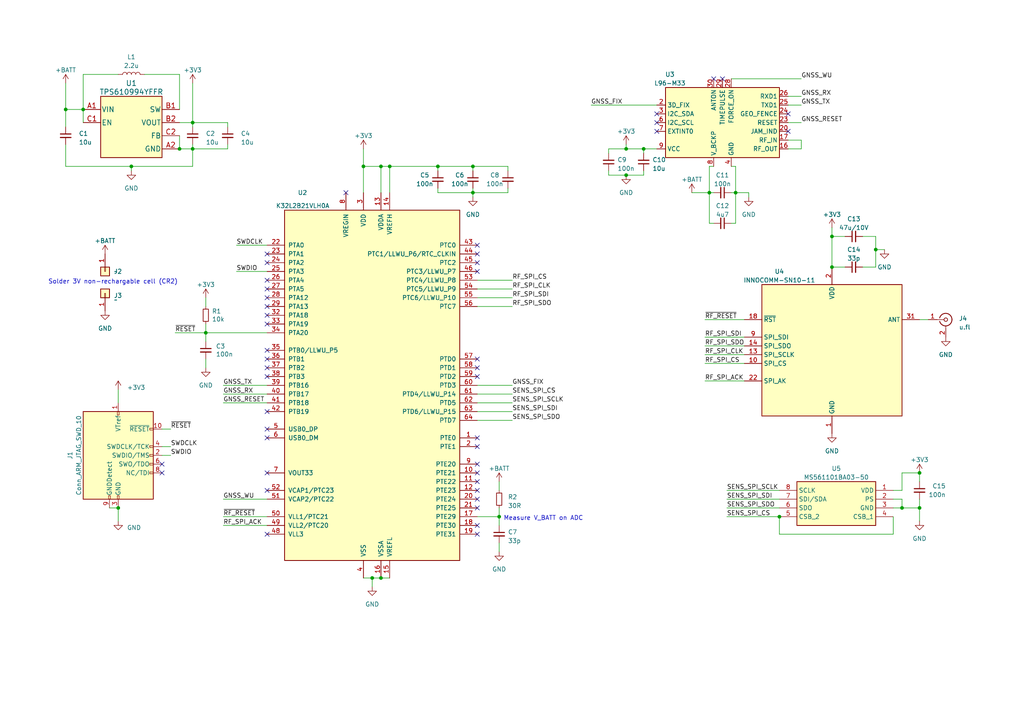
<source format=kicad_sch>
(kicad_sch (version 20230121) (generator eeschema)

  (uuid e48e20a8-9396-4296-acd2-39499aeb029c)

  (paper "A4")

  (title_block
    (title "Picoballoon")
    (date "2023-03-24")
    (rev "1A")
    (comment 1 "Author: Štěpán Macur")
  )

  (lib_symbols
    (symbol "Connector:Conn_ARM_JTAG_SWD_10" (pin_names (offset 1.016)) (in_bom yes) (on_board yes)
      (property "Reference" "J" (at -2.54 16.51 0)
        (effects (font (size 1.27 1.27)) (justify right))
      )
      (property "Value" "Conn_ARM_JTAG_SWD_10" (at -2.54 13.97 0)
        (effects (font (size 1.27 1.27)) (justify right bottom))
      )
      (property "Footprint" "" (at 0 0 0)
        (effects (font (size 1.27 1.27)) hide)
      )
      (property "Datasheet" "http://infocenter.arm.com/help/topic/com.arm.doc.ddi0314h/DDI0314H_coresight_components_trm.pdf" (at -8.89 -31.75 90)
        (effects (font (size 1.27 1.27)) hide)
      )
      (property "ki_keywords" "Cortex Debug Connector ARM SWD JTAG" (at 0 0 0)
        (effects (font (size 1.27 1.27)) hide)
      )
      (property "ki_description" "Cortex Debug Connector, standard ARM Cortex-M SWD and JTAG interface" (at 0 0 0)
        (effects (font (size 1.27 1.27)) hide)
      )
      (property "ki_fp_filters" "PinHeader?2x05?P1.27mm*" (at 0 0 0)
        (effects (font (size 1.27 1.27)) hide)
      )
      (symbol "Conn_ARM_JTAG_SWD_10_0_1"
        (rectangle (start -10.16 12.7) (end 10.16 -12.7)
          (stroke (width 0.254) (type default))
          (fill (type background))
        )
        (rectangle (start -2.794 -12.7) (end -2.286 -11.684)
          (stroke (width 0) (type default))
          (fill (type none))
        )
        (rectangle (start -0.254 -12.7) (end 0.254 -11.684)
          (stroke (width 0) (type default))
          (fill (type none))
        )
        (rectangle (start -0.254 12.7) (end 0.254 11.684)
          (stroke (width 0) (type default))
          (fill (type none))
        )
        (rectangle (start 9.144 2.286) (end 10.16 2.794)
          (stroke (width 0) (type default))
          (fill (type none))
        )
        (rectangle (start 10.16 -2.794) (end 9.144 -2.286)
          (stroke (width 0) (type default))
          (fill (type none))
        )
        (rectangle (start 10.16 -0.254) (end 9.144 0.254)
          (stroke (width 0) (type default))
          (fill (type none))
        )
        (rectangle (start 10.16 7.874) (end 9.144 7.366)
          (stroke (width 0) (type default))
          (fill (type none))
        )
      )
      (symbol "Conn_ARM_JTAG_SWD_10_1_1"
        (rectangle (start 9.144 -5.334) (end 10.16 -4.826)
          (stroke (width 0) (type default))
          (fill (type none))
        )
        (pin power_in line (at 0 15.24 270) (length 2.54)
          (name "VTref" (effects (font (size 1.27 1.27))))
          (number "1" (effects (font (size 1.27 1.27))))
        )
        (pin open_collector line (at 12.7 7.62 180) (length 2.54)
          (name "~{RESET}" (effects (font (size 1.27 1.27))))
          (number "10" (effects (font (size 1.27 1.27))))
        )
        (pin bidirectional line (at 12.7 0 180) (length 2.54)
          (name "SWDIO/TMS" (effects (font (size 1.27 1.27))))
          (number "2" (effects (font (size 1.27 1.27))))
        )
        (pin power_in line (at 0 -15.24 90) (length 2.54)
          (name "GND" (effects (font (size 1.27 1.27))))
          (number "3" (effects (font (size 1.27 1.27))))
        )
        (pin output line (at 12.7 2.54 180) (length 2.54)
          (name "SWDCLK/TCK" (effects (font (size 1.27 1.27))))
          (number "4" (effects (font (size 1.27 1.27))))
        )
        (pin passive line (at 0 -15.24 90) (length 2.54) hide
          (name "GND" (effects (font (size 1.27 1.27))))
          (number "5" (effects (font (size 1.27 1.27))))
        )
        (pin input line (at 12.7 -2.54 180) (length 2.54)
          (name "SWO/TDO" (effects (font (size 1.27 1.27))))
          (number "6" (effects (font (size 1.27 1.27))))
        )
        (pin no_connect line (at -10.16 0 0) (length 2.54) hide
          (name "KEY" (effects (font (size 1.27 1.27))))
          (number "7" (effects (font (size 1.27 1.27))))
        )
        (pin output line (at 12.7 -5.08 180) (length 2.54)
          (name "NC/TDI" (effects (font (size 1.27 1.27))))
          (number "8" (effects (font (size 1.27 1.27))))
        )
        (pin passive line (at -2.54 -15.24 90) (length 2.54)
          (name "GNDDetect" (effects (font (size 1.27 1.27))))
          (number "9" (effects (font (size 1.27 1.27))))
        )
      )
    )
    (symbol "Connector:Conn_Coaxial" (pin_names (offset 1.016) hide) (in_bom yes) (on_board yes)
      (property "Reference" "J" (at 0.254 3.048 0)
        (effects (font (size 1.27 1.27)))
      )
      (property "Value" "Conn_Coaxial" (at 2.921 0 90)
        (effects (font (size 1.27 1.27)))
      )
      (property "Footprint" "" (at 0 0 0)
        (effects (font (size 1.27 1.27)) hide)
      )
      (property "Datasheet" " ~" (at 0 0 0)
        (effects (font (size 1.27 1.27)) hide)
      )
      (property "ki_keywords" "BNC SMA SMB SMC LEMO coaxial connector CINCH RCA" (at 0 0 0)
        (effects (font (size 1.27 1.27)) hide)
      )
      (property "ki_description" "coaxial connector (BNC, SMA, SMB, SMC, Cinch/RCA, LEMO, ...)" (at 0 0 0)
        (effects (font (size 1.27 1.27)) hide)
      )
      (property "ki_fp_filters" "*BNC* *SMA* *SMB* *SMC* *Cinch* *LEMO*" (at 0 0 0)
        (effects (font (size 1.27 1.27)) hide)
      )
      (symbol "Conn_Coaxial_0_1"
        (arc (start -1.778 -0.508) (mid 0.2311 -1.8066) (end 1.778 0)
          (stroke (width 0.254) (type default))
          (fill (type none))
        )
        (polyline
          (pts
            (xy -2.54 0)
            (xy -0.508 0)
          )
          (stroke (width 0) (type default))
          (fill (type none))
        )
        (polyline
          (pts
            (xy 0 -2.54)
            (xy 0 -1.778)
          )
          (stroke (width 0) (type default))
          (fill (type none))
        )
        (circle (center 0 0) (radius 0.508)
          (stroke (width 0.2032) (type default))
          (fill (type none))
        )
        (arc (start 1.778 0) (mid 0.2099 1.8101) (end -1.778 0.508)
          (stroke (width 0.254) (type default))
          (fill (type none))
        )
      )
      (symbol "Conn_Coaxial_1_1"
        (pin passive line (at -5.08 0 0) (length 2.54)
          (name "In" (effects (font (size 1.27 1.27))))
          (number "1" (effects (font (size 1.27 1.27))))
        )
        (pin passive line (at 0 -5.08 90) (length 2.54)
          (name "Ext" (effects (font (size 1.27 1.27))))
          (number "2" (effects (font (size 1.27 1.27))))
        )
      )
    )
    (symbol "Connector_Generic:Conn_01x01" (pin_names (offset 1.016) hide) (in_bom yes) (on_board yes)
      (property "Reference" "J" (at 0 2.54 0)
        (effects (font (size 1.27 1.27)))
      )
      (property "Value" "Conn_01x01" (at 0 -2.54 0)
        (effects (font (size 1.27 1.27)))
      )
      (property "Footprint" "" (at 0 0 0)
        (effects (font (size 1.27 1.27)) hide)
      )
      (property "Datasheet" "~" (at 0 0 0)
        (effects (font (size 1.27 1.27)) hide)
      )
      (property "ki_keywords" "connector" (at 0 0 0)
        (effects (font (size 1.27 1.27)) hide)
      )
      (property "ki_description" "Generic connector, single row, 01x01, script generated (kicad-library-utils/schlib/autogen/connector/)" (at 0 0 0)
        (effects (font (size 1.27 1.27)) hide)
      )
      (property "ki_fp_filters" "Connector*:*_1x??_*" (at 0 0 0)
        (effects (font (size 1.27 1.27)) hide)
      )
      (symbol "Conn_01x01_1_1"
        (rectangle (start -1.27 0.127) (end 0 -0.127)
          (stroke (width 0.1524) (type default))
          (fill (type none))
        )
        (rectangle (start -1.27 1.27) (end 1.27 -1.27)
          (stroke (width 0.254) (type default))
          (fill (type background))
        )
        (pin passive line (at -5.08 0 0) (length 3.81)
          (name "Pin_1" (effects (font (size 1.27 1.27))))
          (number "1" (effects (font (size 1.27 1.27))))
        )
      )
    )
    (symbol "Device:C_Small" (pin_numbers hide) (pin_names (offset 0.254) hide) (in_bom yes) (on_board yes)
      (property "Reference" "C" (at 0.254 1.778 0)
        (effects (font (size 1.27 1.27)) (justify left))
      )
      (property "Value" "C_Small" (at 0.254 -2.032 0)
        (effects (font (size 1.27 1.27)) (justify left))
      )
      (property "Footprint" "" (at 0 0 0)
        (effects (font (size 1.27 1.27)) hide)
      )
      (property "Datasheet" "~" (at 0 0 0)
        (effects (font (size 1.27 1.27)) hide)
      )
      (property "ki_keywords" "capacitor cap" (at 0 0 0)
        (effects (font (size 1.27 1.27)) hide)
      )
      (property "ki_description" "Unpolarized capacitor, small symbol" (at 0 0 0)
        (effects (font (size 1.27 1.27)) hide)
      )
      (property "ki_fp_filters" "C_*" (at 0 0 0)
        (effects (font (size 1.27 1.27)) hide)
      )
      (symbol "C_Small_0_1"
        (polyline
          (pts
            (xy -1.524 -0.508)
            (xy 1.524 -0.508)
          )
          (stroke (width 0.3302) (type default))
          (fill (type none))
        )
        (polyline
          (pts
            (xy -1.524 0.508)
            (xy 1.524 0.508)
          )
          (stroke (width 0.3048) (type default))
          (fill (type none))
        )
      )
      (symbol "C_Small_1_1"
        (pin passive line (at 0 2.54 270) (length 2.032)
          (name "~" (effects (font (size 1.27 1.27))))
          (number "1" (effects (font (size 1.27 1.27))))
        )
        (pin passive line (at 0 -2.54 90) (length 2.032)
          (name "~" (effects (font (size 1.27 1.27))))
          (number "2" (effects (font (size 1.27 1.27))))
        )
      )
    )
    (symbol "Device:L" (pin_numbers hide) (pin_names (offset 1.016) hide) (in_bom yes) (on_board yes)
      (property "Reference" "L" (at -1.27 0 90)
        (effects (font (size 1.27 1.27)))
      )
      (property "Value" "L" (at 1.905 0 90)
        (effects (font (size 1.27 1.27)))
      )
      (property "Footprint" "" (at 0 0 0)
        (effects (font (size 1.27 1.27)) hide)
      )
      (property "Datasheet" "~" (at 0 0 0)
        (effects (font (size 1.27 1.27)) hide)
      )
      (property "ki_keywords" "inductor choke coil reactor magnetic" (at 0 0 0)
        (effects (font (size 1.27 1.27)) hide)
      )
      (property "ki_description" "Inductor" (at 0 0 0)
        (effects (font (size 1.27 1.27)) hide)
      )
      (property "ki_fp_filters" "Choke_* *Coil* Inductor_* L_*" (at 0 0 0)
        (effects (font (size 1.27 1.27)) hide)
      )
      (symbol "L_0_1"
        (arc (start 0 -2.54) (mid 0.6323 -1.905) (end 0 -1.27)
          (stroke (width 0) (type default))
          (fill (type none))
        )
        (arc (start 0 -1.27) (mid 0.6323 -0.635) (end 0 0)
          (stroke (width 0) (type default))
          (fill (type none))
        )
        (arc (start 0 0) (mid 0.6323 0.635) (end 0 1.27)
          (stroke (width 0) (type default))
          (fill (type none))
        )
        (arc (start 0 1.27) (mid 0.6323 1.905) (end 0 2.54)
          (stroke (width 0) (type default))
          (fill (type none))
        )
      )
      (symbol "L_1_1"
        (pin passive line (at 0 3.81 270) (length 1.27)
          (name "1" (effects (font (size 1.27 1.27))))
          (number "1" (effects (font (size 1.27 1.27))))
        )
        (pin passive line (at 0 -3.81 90) (length 1.27)
          (name "2" (effects (font (size 1.27 1.27))))
          (number "2" (effects (font (size 1.27 1.27))))
        )
      )
    )
    (symbol "Device:R_Small" (pin_numbers hide) (pin_names (offset 0.254) hide) (in_bom yes) (on_board yes)
      (property "Reference" "R" (at 0.762 0.508 0)
        (effects (font (size 1.27 1.27)) (justify left))
      )
      (property "Value" "R_Small" (at 0.762 -1.016 0)
        (effects (font (size 1.27 1.27)) (justify left))
      )
      (property "Footprint" "" (at 0 0 0)
        (effects (font (size 1.27 1.27)) hide)
      )
      (property "Datasheet" "~" (at 0 0 0)
        (effects (font (size 1.27 1.27)) hide)
      )
      (property "ki_keywords" "R resistor" (at 0 0 0)
        (effects (font (size 1.27 1.27)) hide)
      )
      (property "ki_description" "Resistor, small symbol" (at 0 0 0)
        (effects (font (size 1.27 1.27)) hide)
      )
      (property "ki_fp_filters" "R_*" (at 0 0 0)
        (effects (font (size 1.27 1.27)) hide)
      )
      (symbol "R_Small_0_1"
        (rectangle (start -0.762 1.778) (end 0.762 -1.778)
          (stroke (width 0.2032) (type default))
          (fill (type none))
        )
      )
      (symbol "R_Small_1_1"
        (pin passive line (at 0 2.54 270) (length 0.762)
          (name "~" (effects (font (size 1.27 1.27))))
          (number "1" (effects (font (size 1.27 1.27))))
        )
        (pin passive line (at 0 -2.54 90) (length 0.762)
          (name "~" (effects (font (size 1.27 1.27))))
          (number "2" (effects (font (size 1.27 1.27))))
        )
      )
    )
    (symbol "Picoballoon:INNOCOMM-SN10-11" (in_bom yes) (on_board yes)
      (property "Reference" "U" (at 12.7 25.4 0)
        (effects (font (size 1.27 1.27)) (justify left bottom))
      )
      (property "Value" "INNOCOMM-SN10-11" (at 2.54 20.32 0)
        (effects (font (size 1.27 1.27)) (justify left bottom))
      )
      (property "Footprint" "" (at -11.43 0 0)
        (effects (font (size 1.27 1.27)) hide)
      )
      (property "Datasheet" "https://www.innocomm.com/product_inner.aspx?num=123" (at -11.43 0 0)
        (effects (font (size 1.27 1.27)) hide)
      )
      (property "ki_keywords" "Sigfox" (at 0 0 0)
        (effects (font (size 1.27 1.27)) hide)
      )
      (property "ki_description" "InnoComm SN10-11 Sigfox module" (at 0 0 0)
        (effects (font (size 1.27 1.27)) hide)
      )
      (symbol "INNOCOMM-SN10-11_0_1"
        (rectangle (start -20.32 17.78) (end 20.32 -20.32)
          (stroke (width 0.254) (type solid))
          (fill (type background))
        )
      )
      (symbol "INNOCOMM-SN10-11_1_0"
        (pin power_in line (at 0 -25.4 90) (length 5.08)
          (name "GND" (effects (font (size 1.27 1.27))))
          (number "1" (effects (font (size 1.27 1.27))))
        )
        (pin bidirectional line (at -25.4 -5.08 0) (length 5.08)
          (name "SPI_CS" (effects (font (size 1.27 1.27))))
          (number "10" (effects (font (size 1.27 1.27))))
        )
        (pin power_in line (at 0 -25.4 90) (length 5.08) hide
          (name "GND" (effects (font (size 1.27 1.27))))
          (number "11" (effects (font (size 1.27 1.27))))
        )
        (pin power_in line (at 0 -25.4 90) (length 5.08) hide
          (name "GND" (effects (font (size 1.27 1.27))))
          (number "12" (effects (font (size 1.27 1.27))))
        )
        (pin bidirectional line (at -25.4 -2.54 0) (length 5.08)
          (name "SPI_SCLK" (effects (font (size 1.27 1.27))))
          (number "13" (effects (font (size 1.27 1.27))))
        )
        (pin output line (at -25.4 0 0) (length 5.08)
          (name "SPI_SDO" (effects (font (size 1.27 1.27))))
          (number "14" (effects (font (size 1.27 1.27))))
        )
        (pin no_connect line (at 5.08 12.7 180) (length 5.08) hide
          (name "RESERVED" (effects (font (size 1.27 1.27))))
          (number "15" (effects (font (size 1.27 1.27))))
        )
        (pin no_connect line (at 5.08 7.62 180) (length 5.08) hide
          (name "RESERVED" (effects (font (size 1.27 1.27))))
          (number "16" (effects (font (size 1.27 1.27))))
        )
        (pin no_connect line (at 5.08 10.16 180) (length 5.08) hide
          (name "RESERVED" (effects (font (size 1.27 1.27))))
          (number "17" (effects (font (size 1.27 1.27))))
        )
        (pin bidirectional line (at -25.4 7.62 0) (length 5.08)
          (name "~{RST}" (effects (font (size 1.27 1.27))))
          (number "18" (effects (font (size 1.27 1.27))))
        )
        (pin no_connect line (at 5.08 -12.7 180) (length 5.08) hide
          (name "RESERVED" (effects (font (size 1.27 1.27))))
          (number "19" (effects (font (size 1.27 1.27))))
        )
        (pin power_in line (at 0 22.86 270) (length 5.08)
          (name "VDD" (effects (font (size 1.27 1.27))))
          (number "2" (effects (font (size 1.27 1.27))))
        )
        (pin no_connect line (at 5.08 -10.16 180) (length 5.08) hide
          (name "RESERVED" (effects (font (size 1.27 1.27))))
          (number "20" (effects (font (size 1.27 1.27))))
        )
        (pin power_in line (at 0 -25.4 90) (length 5.08) hide
          (name "GND" (effects (font (size 1.27 1.27))))
          (number "21" (effects (font (size 1.27 1.27))))
        )
        (pin bidirectional line (at -25.4 -10.16 0) (length 5.08)
          (name "SPI_AK" (effects (font (size 1.27 1.27))))
          (number "22" (effects (font (size 1.27 1.27))))
        )
        (pin no_connect line (at 5.08 -7.62 180) (length 5.08) hide
          (name "RESERVED" (effects (font (size 1.27 1.27))))
          (number "23" (effects (font (size 1.27 1.27))))
        )
        (pin no_connect line (at 5.08 -5.08 180) (length 5.08) hide
          (name "RESERVED" (effects (font (size 1.27 1.27))))
          (number "24" (effects (font (size 1.27 1.27))))
        )
        (pin no_connect line (at 5.08 -2.54 180) (length 5.08) hide
          (name "RESERVED" (effects (font (size 1.27 1.27))))
          (number "25" (effects (font (size 1.27 1.27))))
        )
        (pin no_connect line (at 5.08 0 180) (length 5.08) hide
          (name "RESERVED" (effects (font (size 1.27 1.27))))
          (number "26" (effects (font (size 1.27 1.27))))
        )
        (pin power_in line (at 0 -25.4 90) (length 5.08) hide
          (name "GND" (effects (font (size 1.27 1.27))))
          (number "27" (effects (font (size 1.27 1.27))))
        )
        (pin no_connect line (at 5.08 2.54 180) (length 5.08) hide
          (name "RESERVED" (effects (font (size 1.27 1.27))))
          (number "28" (effects (font (size 1.27 1.27))))
        )
        (pin no_connect line (at 5.08 5.08 180) (length 5.08) hide
          (name "RESERVED" (effects (font (size 1.27 1.27))))
          (number "29" (effects (font (size 1.27 1.27))))
        )
        (pin power_in line (at 0 -25.4 90) (length 5.08) hide
          (name "GND" (effects (font (size 1.27 1.27))))
          (number "3" (effects (font (size 1.27 1.27))))
        )
        (pin power_in line (at 0 -25.4 90) (length 5.08) hide
          (name "GND" (effects (font (size 1.27 1.27))))
          (number "30" (effects (font (size 1.27 1.27))))
        )
        (pin bidirectional line (at 25.4 7.62 180) (length 5.08)
          (name "ANT" (effects (font (size 1.27 1.27))))
          (number "31" (effects (font (size 1.27 1.27))))
        )
        (pin power_in line (at 0 -25.4 90) (length 5.08) hide
          (name "GND" (effects (font (size 1.27 1.27))))
          (number "32" (effects (font (size 1.27 1.27))))
        )
        (pin power_in line (at 0 -25.4 90) (length 5.08) hide
          (name "GND" (effects (font (size 1.27 1.27))))
          (number "4" (effects (font (size 1.27 1.27))))
        )
        (pin power_in line (at 0 -25.4 90) (length 5.08) hide
          (name "GND" (effects (font (size 1.27 1.27))))
          (number "5" (effects (font (size 1.27 1.27))))
        )
        (pin power_in line (at 0 -25.4 90) (length 5.08) hide
          (name "GND" (effects (font (size 1.27 1.27))))
          (number "6" (effects (font (size 1.27 1.27))))
        )
        (pin power_in line (at 0 -25.4 90) (length 5.08) hide
          (name "GND" (effects (font (size 1.27 1.27))))
          (number "7" (effects (font (size 1.27 1.27))))
        )
        (pin power_in line (at 0 -25.4 90) (length 5.08) hide
          (name "GND" (effects (font (size 1.27 1.27))))
          (number "8" (effects (font (size 1.27 1.27))))
        )
        (pin input line (at -25.4 2.54 0) (length 5.08)
          (name "SPI_SDI" (effects (font (size 1.27 1.27))))
          (number "9" (effects (font (size 1.27 1.27))))
        )
      )
    )
    (symbol "Picoballoon:K32L2B21VLH0A" (pin_names (offset 1.016)) (in_bom yes) (on_board yes)
      (property "Reference" "U" (at -25.4 51.435 0)
        (effects (font (size 1.27 1.27)) (justify left bottom))
      )
      (property "Value" "K32L2B21VLH0A" (at 25.4 51.435 0)
        (effects (font (size 1.27 1.27)) (justify right bottom))
      )
      (property "Footprint" "Package_QFP:LQFP-64_10x10mm_P0.5mm" (at 6.35 -51.435 0)
        (effects (font (size 1.27 1.27)) (justify left top) hide)
      )
      (property "Datasheet" "https://www.nxp.com/products/processors-and-microcontrollers/arm-microcontrollers/general-purpose-mcus/k32-l-series-cortex-m4-m0-plus/k32-l2-ultra-low-power-highly-integrated-mcu:K32-L2?tab=Documentation_Tab" (at 7.62 -55.88 0)
        (effects (font (size 1.27 1.27)) (justify left bottom) hide)
      )
      (property "ki_keywords" "Kinetis KL32L2 ARM Cortex M0+" (at 0 0 0)
        (effects (font (size 1.27 1.27)) hide)
      )
      (property "ki_description" "Kinetis KL32L2B series, 48-MHz/32-bit ARM Cortex-M0+, 128kB flash, 32 kB SRAM, USB FS Device (xtal-less), Segment LCD, FlexIO, LQFP-64" (at 0 0 0)
        (effects (font (size 1.27 1.27)) hide)
      )
      (property "ki_fp_filters" "LQFP*10x10mm*P0.5mm*" (at 0 0 0)
        (effects (font (size 1.27 1.27)) hide)
      )
      (symbol "K32L2B21VLH0A_0_1"
        (rectangle (start -25.4 50.8) (end 25.4 -50.8)
          (stroke (width 0.254) (type solid))
          (fill (type background))
        )
      )
      (symbol "K32L2B21VLH0A_1_1"
        (pin bidirectional line (at 30.48 -15.24 180) (length 5.08)
          (name "PTE0" (effects (font (size 1.27 1.27))))
          (number "1" (effects (font (size 1.27 1.27))))
        )
        (pin bidirectional line (at 30.48 -25.4 180) (length 5.08)
          (name "PTE21" (effects (font (size 1.27 1.27))))
          (number "10" (effects (font (size 1.27 1.27))))
        )
        (pin bidirectional line (at 30.48 -27.94 180) (length 5.08)
          (name "PTE22" (effects (font (size 1.27 1.27))))
          (number "11" (effects (font (size 1.27 1.27))))
        )
        (pin bidirectional line (at 30.48 -30.48 180) (length 5.08)
          (name "PTE23" (effects (font (size 1.27 1.27))))
          (number "12" (effects (font (size 1.27 1.27))))
        )
        (pin power_in line (at 2.54 55.88 270) (length 5.08)
          (name "VDDA" (effects (font (size 1.27 1.27))))
          (number "13" (effects (font (size 1.27 1.27))))
        )
        (pin power_in line (at 5.08 55.88 270) (length 5.08)
          (name "VREFH" (effects (font (size 1.27 1.27))))
          (number "14" (effects (font (size 1.27 1.27))))
        )
        (pin power_in line (at 5.08 -55.88 90) (length 5.08)
          (name "VREFL" (effects (font (size 1.27 1.27))))
          (number "15" (effects (font (size 1.27 1.27))))
        )
        (pin power_in line (at 2.54 -55.88 90) (length 5.08)
          (name "VSSA" (effects (font (size 1.27 1.27))))
          (number "16" (effects (font (size 1.27 1.27))))
        )
        (pin bidirectional line (at 30.48 -38.1 180) (length 5.08)
          (name "PTE29" (effects (font (size 1.27 1.27))))
          (number "17" (effects (font (size 1.27 1.27))))
        )
        (pin bidirectional line (at 30.48 -40.64 180) (length 5.08)
          (name "PTE30" (effects (font (size 1.27 1.27))))
          (number "18" (effects (font (size 1.27 1.27))))
        )
        (pin bidirectional line (at 30.48 -43.18 180) (length 5.08)
          (name "PTE31" (effects (font (size 1.27 1.27))))
          (number "19" (effects (font (size 1.27 1.27))))
        )
        (pin bidirectional line (at 30.48 -17.78 180) (length 5.08)
          (name "PTE1" (effects (font (size 1.27 1.27))))
          (number "2" (effects (font (size 1.27 1.27))))
        )
        (pin bidirectional line (at 30.48 -33.02 180) (length 5.08)
          (name "PTE24" (effects (font (size 1.27 1.27))))
          (number "20" (effects (font (size 1.27 1.27))))
        )
        (pin bidirectional line (at 30.48 -35.56 180) (length 5.08)
          (name "PTE25" (effects (font (size 1.27 1.27))))
          (number "21" (effects (font (size 1.27 1.27))))
        )
        (pin bidirectional line (at -30.48 40.64 0) (length 5.08)
          (name "PTA0" (effects (font (size 1.27 1.27))))
          (number "22" (effects (font (size 1.27 1.27))))
        )
        (pin bidirectional line (at -30.48 38.1 0) (length 5.08)
          (name "PTA1" (effects (font (size 1.27 1.27))))
          (number "23" (effects (font (size 1.27 1.27))))
        )
        (pin bidirectional line (at -30.48 35.56 0) (length 5.08)
          (name "PTA2" (effects (font (size 1.27 1.27))))
          (number "24" (effects (font (size 1.27 1.27))))
        )
        (pin bidirectional line (at -30.48 33.02 0) (length 5.08)
          (name "PTA3" (effects (font (size 1.27 1.27))))
          (number "25" (effects (font (size 1.27 1.27))))
        )
        (pin bidirectional line (at -30.48 30.48 0) (length 5.08)
          (name "PTA4" (effects (font (size 1.27 1.27))))
          (number "26" (effects (font (size 1.27 1.27))))
        )
        (pin bidirectional line (at -30.48 27.94 0) (length 5.08)
          (name "PTA5" (effects (font (size 1.27 1.27))))
          (number "27" (effects (font (size 1.27 1.27))))
        )
        (pin bidirectional line (at -30.48 25.4 0) (length 5.08)
          (name "PTA12" (effects (font (size 1.27 1.27))))
          (number "28" (effects (font (size 1.27 1.27))))
        )
        (pin bidirectional line (at -30.48 22.86 0) (length 5.08)
          (name "PTA13" (effects (font (size 1.27 1.27))))
          (number "29" (effects (font (size 1.27 1.27))))
        )
        (pin power_in line (at -2.54 55.88 270) (length 5.08)
          (name "VDD" (effects (font (size 1.27 1.27))))
          (number "3" (effects (font (size 1.27 1.27))))
        )
        (pin passive line (at -2.54 55.88 270) (length 5.08) hide
          (name "VDD" (effects (font (size 1.27 1.27))))
          (number "30" (effects (font (size 1.27 1.27))))
        )
        (pin passive line (at -2.54 -55.88 90) (length 5.08) hide
          (name "VSS" (effects (font (size 1.27 1.27))))
          (number "31" (effects (font (size 1.27 1.27))))
        )
        (pin bidirectional line (at -30.48 20.32 0) (length 5.08)
          (name "PTA18" (effects (font (size 1.27 1.27))))
          (number "32" (effects (font (size 1.27 1.27))))
        )
        (pin bidirectional line (at -30.48 17.78 0) (length 5.08)
          (name "PTA19" (effects (font (size 1.27 1.27))))
          (number "33" (effects (font (size 1.27 1.27))))
        )
        (pin bidirectional line (at -30.48 15.24 0) (length 5.08)
          (name "PTA20" (effects (font (size 1.27 1.27))))
          (number "34" (effects (font (size 1.27 1.27))))
        )
        (pin bidirectional line (at -30.48 10.16 0) (length 5.08)
          (name "PTB0/LLWU_P5" (effects (font (size 1.27 1.27))))
          (number "35" (effects (font (size 1.27 1.27))))
        )
        (pin bidirectional line (at -30.48 7.62 0) (length 5.08)
          (name "PTB1" (effects (font (size 1.27 1.27))))
          (number "36" (effects (font (size 1.27 1.27))))
        )
        (pin bidirectional line (at -30.48 5.08 0) (length 5.08)
          (name "PTB2" (effects (font (size 1.27 1.27))))
          (number "37" (effects (font (size 1.27 1.27))))
        )
        (pin bidirectional line (at -30.48 2.54 0) (length 5.08)
          (name "PTB3" (effects (font (size 1.27 1.27))))
          (number "38" (effects (font (size 1.27 1.27))))
        )
        (pin bidirectional line (at -30.48 0 0) (length 5.08)
          (name "PTB16" (effects (font (size 1.27 1.27))))
          (number "39" (effects (font (size 1.27 1.27))))
        )
        (pin power_in line (at -2.54 -55.88 90) (length 5.08)
          (name "VSS" (effects (font (size 1.27 1.27))))
          (number "4" (effects (font (size 1.27 1.27))))
        )
        (pin bidirectional line (at -30.48 -2.54 0) (length 5.08)
          (name "PTB17" (effects (font (size 1.27 1.27))))
          (number "40" (effects (font (size 1.27 1.27))))
        )
        (pin bidirectional line (at -30.48 -5.08 0) (length 5.08)
          (name "PTB18" (effects (font (size 1.27 1.27))))
          (number "41" (effects (font (size 1.27 1.27))))
        )
        (pin bidirectional line (at -30.48 -7.62 0) (length 5.08)
          (name "PTB19" (effects (font (size 1.27 1.27))))
          (number "42" (effects (font (size 1.27 1.27))))
        )
        (pin bidirectional line (at 30.48 40.64 180) (length 5.08)
          (name "PTC0" (effects (font (size 1.27 1.27))))
          (number "43" (effects (font (size 1.27 1.27))))
        )
        (pin bidirectional line (at 30.48 38.1 180) (length 5.08)
          (name "PTC1/LLWU_P6/RTC_CLKIN" (effects (font (size 1.27 1.27))))
          (number "44" (effects (font (size 1.27 1.27))))
        )
        (pin bidirectional line (at 30.48 35.56 180) (length 5.08)
          (name "PTC2" (effects (font (size 1.27 1.27))))
          (number "45" (effects (font (size 1.27 1.27))))
        )
        (pin bidirectional line (at 30.48 33.02 180) (length 5.08)
          (name "PTC3/LLWU_P7" (effects (font (size 1.27 1.27))))
          (number "46" (effects (font (size 1.27 1.27))))
        )
        (pin passive line (at -2.54 -55.88 90) (length 5.08) hide
          (name "VSS" (effects (font (size 1.27 1.27))))
          (number "47" (effects (font (size 1.27 1.27))))
        )
        (pin power_out line (at -30.48 -43.18 0) (length 5.08)
          (name "VLL3" (effects (font (size 1.27 1.27))))
          (number "48" (effects (font (size 1.27 1.27))))
        )
        (pin power_out line (at -30.48 -40.64 0) (length 5.08)
          (name "VLL2/PTC20" (effects (font (size 1.27 1.27))))
          (number "49" (effects (font (size 1.27 1.27))))
        )
        (pin bidirectional line (at -30.48 -12.7 0) (length 5.08)
          (name "USB0_DP" (effects (font (size 1.27 1.27))))
          (number "5" (effects (font (size 1.27 1.27))))
        )
        (pin power_out line (at -30.48 -38.1 0) (length 5.08)
          (name "VLL1/PTC21" (effects (font (size 1.27 1.27))))
          (number "50" (effects (font (size 1.27 1.27))))
        )
        (pin passive line (at -30.48 -33.02 0) (length 5.08)
          (name "VCAP2/PTC22" (effects (font (size 1.27 1.27))))
          (number "51" (effects (font (size 1.27 1.27))))
        )
        (pin passive line (at -30.48 -30.48 0) (length 5.08)
          (name "VCAP1/PTC23" (effects (font (size 1.27 1.27))))
          (number "52" (effects (font (size 1.27 1.27))))
        )
        (pin bidirectional line (at 30.48 30.48 180) (length 5.08)
          (name "PTC4/LLWU_P8" (effects (font (size 1.27 1.27))))
          (number "53" (effects (font (size 1.27 1.27))))
        )
        (pin bidirectional line (at 30.48 27.94 180) (length 5.08)
          (name "PTC5/LLWU_P9" (effects (font (size 1.27 1.27))))
          (number "54" (effects (font (size 1.27 1.27))))
        )
        (pin bidirectional line (at 30.48 25.4 180) (length 5.08)
          (name "PTC6/LLWU_P10" (effects (font (size 1.27 1.27))))
          (number "55" (effects (font (size 1.27 1.27))))
        )
        (pin bidirectional line (at 30.48 22.86 180) (length 5.08)
          (name "PTC7" (effects (font (size 1.27 1.27))))
          (number "56" (effects (font (size 1.27 1.27))))
        )
        (pin bidirectional line (at 30.48 7.62 180) (length 5.08)
          (name "PTD0" (effects (font (size 1.27 1.27))))
          (number "57" (effects (font (size 1.27 1.27))))
        )
        (pin bidirectional line (at 30.48 5.08 180) (length 5.08)
          (name "PTD1" (effects (font (size 1.27 1.27))))
          (number "58" (effects (font (size 1.27 1.27))))
        )
        (pin bidirectional line (at 30.48 2.54 180) (length 5.08)
          (name "PTD2" (effects (font (size 1.27 1.27))))
          (number "59" (effects (font (size 1.27 1.27))))
        )
        (pin bidirectional line (at -30.48 -15.24 0) (length 5.08)
          (name "USB0_DM" (effects (font (size 1.27 1.27))))
          (number "6" (effects (font (size 1.27 1.27))))
        )
        (pin bidirectional line (at 30.48 0 180) (length 5.08)
          (name "PTD3" (effects (font (size 1.27 1.27))))
          (number "60" (effects (font (size 1.27 1.27))))
        )
        (pin bidirectional line (at 30.48 -2.54 180) (length 5.08)
          (name "PTD4/LLWU_P14" (effects (font (size 1.27 1.27))))
          (number "61" (effects (font (size 1.27 1.27))))
        )
        (pin bidirectional line (at 30.48 -5.08 180) (length 5.08)
          (name "PTD5" (effects (font (size 1.27 1.27))))
          (number "62" (effects (font (size 1.27 1.27))))
        )
        (pin bidirectional line (at 30.48 -7.62 180) (length 5.08)
          (name "PTD6/LLWU_P15" (effects (font (size 1.27 1.27))))
          (number "63" (effects (font (size 1.27 1.27))))
        )
        (pin bidirectional line (at 30.48 -10.16 180) (length 5.08)
          (name "PTD7" (effects (font (size 1.27 1.27))))
          (number "64" (effects (font (size 1.27 1.27))))
        )
        (pin power_out line (at -30.48 -25.4 0) (length 5.08)
          (name "VOUT33" (effects (font (size 1.27 1.27))))
          (number "7" (effects (font (size 1.27 1.27))))
        )
        (pin power_in line (at -7.62 55.88 270) (length 5.08)
          (name "VREGIN" (effects (font (size 1.27 1.27))))
          (number "8" (effects (font (size 1.27 1.27))))
        )
        (pin bidirectional line (at 30.48 -22.86 180) (length 5.08)
          (name "PTE20" (effects (font (size 1.27 1.27))))
          (number "9" (effects (font (size 1.27 1.27))))
        )
      )
    )
    (symbol "Picoballoon:L96-M33" (in_bom yes) (on_board yes)
      (property "Reference" "U" (at -7.62 16.51 0)
        (effects (font (size 1.27 1.27)))
      )
      (property "Value" "L96-M33" (at -11.43 13.97 0)
        (effects (font (size 1.27 1.27)))
      )
      (property "Footprint" "" (at -19.05 10.16 0)
        (effects (font (size 1.27 1.27)) hide)
      )
      (property "Datasheet" "" (at -19.05 10.16 0)
        (effects (font (size 1.27 1.27)) hide)
      )
      (symbol "L96-M33_0_0"
        (pin no_connect line (at -19.05 10.16 0) (length 2.54) hide
          (name "NC" (effects (font (size 1.27 1.27))))
          (number "1" (effects (font (size 1.27 1.27))))
        )
        (pin power_in line (at 2.54 -10.16 90) (length 2.54) hide
          (name "GND" (effects (font (size 1.27 1.27))))
          (number "10" (effects (font (size 1.27 1.27))))
        )
        (pin power_in line (at 2.54 -10.16 90) (length 2.54) hide
          (name "GND" (effects (font (size 1.27 1.27))))
          (number "11" (effects (font (size 1.27 1.27))))
        )
        (pin power_in line (at 2.54 -10.16 90) (length 2.54) hide
          (name "GND" (effects (font (size 1.27 1.27))))
          (number "12" (effects (font (size 1.27 1.27))))
        )
        (pin power_in line (at 2.54 -10.16 90) (length 2.54) hide
          (name "GND" (effects (font (size 1.27 1.27))))
          (number "13" (effects (font (size 1.27 1.27))))
        )
        (pin power_in line (at 2.54 -10.16 90) (length 2.54) hide
          (name "GND" (effects (font (size 1.27 1.27))))
          (number "14" (effects (font (size 1.27 1.27))))
        )
        (pin power_in line (at 2.54 -10.16 90) (length 2.54) hide
          (name "GND" (effects (font (size 1.27 1.27))))
          (number "15" (effects (font (size 1.27 1.27))))
        )
        (pin output line (at 19.05 -5.08 180) (length 2.54)
          (name "RF_OUT" (effects (font (size 1.27 1.27))))
          (number "16" (effects (font (size 1.27 1.27))))
        )
        (pin input line (at 19.05 -2.54 180) (length 2.54)
          (name "RF_IN" (effects (font (size 1.27 1.27))))
          (number "17" (effects (font (size 1.27 1.27))))
        )
        (pin power_in line (at 2.54 -10.16 90) (length 2.54) hide
          (name "GND" (effects (font (size 1.27 1.27))))
          (number "18" (effects (font (size 1.27 1.27))))
        )
        (pin power_in line (at 2.54 -10.16 90) (length 2.54) hide
          (name "GND" (effects (font (size 1.27 1.27))))
          (number "19" (effects (font (size 1.27 1.27))))
        )
        (pin output line (at -19.05 7.62 0) (length 2.54)
          (name "3D_FIX" (effects (font (size 1.27 1.27))))
          (number "2" (effects (font (size 1.27 1.27))))
        )
        (pin output line (at 19.05 0 180) (length 2.54)
          (name "JAM_IND" (effects (font (size 1.27 1.27))))
          (number "20" (effects (font (size 1.27 1.27))))
        )
        (pin power_in line (at 2.54 -10.16 90) (length 2.54) hide
          (name "GND" (effects (font (size 1.27 1.27))))
          (number "21" (effects (font (size 1.27 1.27))))
        )
        (pin power_in line (at 2.54 -10.16 90) (length 2.54) hide
          (name "GND" (effects (font (size 1.27 1.27))))
          (number "22" (effects (font (size 1.27 1.27))))
        )
        (pin input line (at 19.05 2.54 180) (length 2.54)
          (name "RESET" (effects (font (size 1.27 1.27))))
          (number "23" (effects (font (size 1.27 1.27))))
        )
        (pin output line (at 19.05 5.08 180) (length 2.54)
          (name "GEO_FENCE" (effects (font (size 1.27 1.27))))
          (number "24" (effects (font (size 1.27 1.27))))
        )
        (pin output line (at 19.05 7.62 180) (length 2.54)
          (name "TXD1" (effects (font (size 1.27 1.27))))
          (number "25" (effects (font (size 1.27 1.27))))
        )
        (pin input line (at 19.05 10.16 180) (length 2.54)
          (name "RXD1" (effects (font (size 1.27 1.27))))
          (number "26" (effects (font (size 1.27 1.27))))
        )
        (pin power_in line (at 2.54 -10.16 90) (length 2.54) hide
          (name "GND" (effects (font (size 1.27 1.27))))
          (number "27" (effects (font (size 1.27 1.27))))
        )
        (pin input line (at 2.54 15.24 270) (length 2.54)
          (name "FORCE_ON" (effects (font (size 1.27 1.27))))
          (number "28" (effects (font (size 1.27 1.27))))
        )
        (pin output line (at 0 15.24 270) (length 2.54)
          (name "TIMEPULSE" (effects (font (size 1.27 1.27))))
          (number "29" (effects (font (size 1.27 1.27))))
        )
        (pin tri_state line (at -19.05 5.08 0) (length 2.54)
          (name "I2C_SDA" (effects (font (size 1.27 1.27))))
          (number "3" (effects (font (size 1.27 1.27))))
        )
        (pin output line (at -2.54 15.24 270) (length 2.54)
          (name "ANTON" (effects (font (size 1.27 1.27))))
          (number "30" (effects (font (size 1.27 1.27))))
        )
        (pin power_in line (at 2.54 -10.16 90) (length 2.54) hide
          (name "GND" (effects (font (size 1.27 1.27))))
          (number "31" (effects (font (size 1.27 1.27))))
        )
        (pin power_in line (at 2.54 -10.16 90) (length 2.54)
          (name "GND" (effects (font (size 1.27 1.27))))
          (number "4" (effects (font (size 1.27 1.27))))
        )
        (pin power_in line (at 2.54 -10.16 90) (length 2.54) hide
          (name "GND" (effects (font (size 1.27 1.27))))
          (number "5" (effects (font (size 1.27 1.27))))
        )
        (pin tri_state line (at -19.05 2.54 0) (length 2.54)
          (name "I2C_SCL" (effects (font (size 1.27 1.27))))
          (number "6" (effects (font (size 1.27 1.27))))
        )
        (pin input line (at -19.05 0 0) (length 2.54)
          (name "EXTINT0" (effects (font (size 1.27 1.27))))
          (number "7" (effects (font (size 1.27 1.27))))
        )
        (pin power_in line (at -2.54 -10.16 90) (length 2.54)
          (name "V_BCKP" (effects (font (size 1.27 1.27))))
          (number "8" (effects (font (size 1.27 1.27))))
        )
        (pin power_in line (at -19.05 -5.08 0) (length 2.54)
          (name "VCC" (effects (font (size 1.27 1.27))))
          (number "9" (effects (font (size 1.27 1.27))))
        )
      )
      (symbol "L96-M33_0_1"
        (rectangle (start -16.51 12.7) (end 16.51 -7.62)
          (stroke (width 0.254) (type default))
          (fill (type background))
        )
      )
    )
    (symbol "Picoballoon:MS561101BA03-50" (in_bom yes) (on_board yes)
      (property "Reference" "IC" (at 29.21 7.62 0)
        (effects (font (size 1.27 1.27)) (justify left top))
      )
      (property "Value" "MS561101BA03-50" (at 29.21 5.08 0)
        (effects (font (size 1.27 1.27)) (justify left top))
      )
      (property "Footprint" "MS561101BA03-50" (at 29.21 -94.92 0)
        (effects (font (size 1.27 1.27)) (justify left top) hide)
      )
      (property "Datasheet" "http://www.te.com/usa-en/search.html?q=ms5611&source=header" (at 29.21 -194.92 0)
        (effects (font (size 1.27 1.27)) (justify left top) hide)
      )
      (property "Height" "" (at 29.21 -394.92 0)
        (effects (font (size 1.27 1.27)) (justify left top) hide)
      )
      (property "Manufacturer_Name" "TE Connectivity" (at 29.21 -494.92 0)
        (effects (font (size 1.27 1.27)) (justify left top) hide)
      )
      (property "Manufacturer_Part_Number" "MS561101BA03-50" (at 29.21 -594.92 0)
        (effects (font (size 1.27 1.27)) (justify left top) hide)
      )
      (property "Mouser Part Number" "824-MS561101BA03-50" (at 29.21 -694.92 0)
        (effects (font (size 1.27 1.27)) (justify left top) hide)
      )
      (property "Mouser Price/Stock" "https://www.mouser.co.uk/ProductDetail/Measurement-Specialties/MS561101BA03-50?qs=%252BgKeJhng5iV%252BnCz6Qd5iDw%3D%3D" (at 29.21 -794.92 0)
        (effects (font (size 1.27 1.27)) (justify left top) hide)
      )
      (property "Arrow Part Number" "MS561101BA03-50" (at 29.21 -894.92 0)
        (effects (font (size 1.27 1.27)) (justify left top) hide)
      )
      (property "Arrow Price/Stock" "https://www.arrow.com/en/products/ms561101ba03-50/te-connectivity?region=europe" (at 29.21 -994.92 0)
        (effects (font (size 1.27 1.27)) (justify left top) hide)
      )
      (property "ki_description" "Sensor Pressure 1.2bar Barometric SMD MS561101BA03-50, Barometric Pressure Sensor, 1200mbar 0  3.6 V Output, 8-Pin QFN" (at 0 0 0)
        (effects (font (size 1.27 1.27)) hide)
      )
      (symbol "MS561101BA03-50_1_1"
        (rectangle (start 5.08 2.54) (end 27.94 -10.16)
          (stroke (width 0.254) (type default))
          (fill (type background))
        )
        (pin power_in line (at 0 0 0) (length 5.08)
          (name "VDD" (effects (font (size 1.27 1.27))))
          (number "1" (effects (font (size 1.27 1.27))))
        )
        (pin input line (at 0 -2.54 0) (length 5.08)
          (name "PS" (effects (font (size 1.27 1.27))))
          (number "2" (effects (font (size 1.27 1.27))))
        )
        (pin power_in line (at 0 -5.08 0) (length 5.08)
          (name "GND" (effects (font (size 1.27 1.27))))
          (number "3" (effects (font (size 1.27 1.27))))
        )
        (pin input line (at 0 -7.62 0) (length 5.08)
          (name "CSB_1" (effects (font (size 1.27 1.27))))
          (number "4" (effects (font (size 1.27 1.27))))
        )
        (pin input line (at 33.02 -7.62 180) (length 5.08)
          (name "CSB_2" (effects (font (size 1.27 1.27))))
          (number "5" (effects (font (size 1.27 1.27))))
        )
        (pin output line (at 33.02 -5.08 180) (length 5.08)
          (name "SDO" (effects (font (size 1.27 1.27))))
          (number "6" (effects (font (size 1.27 1.27))))
        )
        (pin bidirectional line (at 33.02 -2.54 180) (length 5.08)
          (name "SDI/SDA" (effects (font (size 1.27 1.27))))
          (number "7" (effects (font (size 1.27 1.27))))
        )
        (pin input line (at 33.02 0 180) (length 5.08)
          (name "SCLK" (effects (font (size 1.27 1.27))))
          (number "8" (effects (font (size 1.27 1.27))))
        )
      )
    )
    (symbol "Picoballoon:TPS610994YFFR" (pin_names (offset 0.254)) (in_bom yes) (on_board yes)
      (property "Reference" "U" (at -7.62 13.97 0)
        (effects (font (size 1.524 1.524)))
      )
      (property "Value" "TPS610994YFFR" (at 0 11.43 0)
        (effects (font (size 1.524 1.524)))
      )
      (property "Footprint" "YFF0006AFAD" (at 0 -1.524 0)
        (effects (font (size 1.524 1.524)) hide)
      )
      (property "Datasheet" "" (at 0 0 0)
        (effects (font (size 1.524 1.524)))
      )
      (property "ki_fp_filters" "YFF0006AFAD" (at 0 0 0)
        (effects (font (size 1.27 1.27)) hide)
      )
      (symbol "TPS610994YFFR_1_1"
        (rectangle (start -8.89 8.89) (end 8.89 -8.89)
          (stroke (width 0.254) (type default))
          (fill (type background))
        )
        (pin power_in line (at -13.97 5.08 0) (length 5.08)
          (name "VIN" (effects (font (size 1.4986 1.4986))))
          (number "A1" (effects (font (size 1.4986 1.4986))))
        )
        (pin power_in line (at 13.97 -6.35 180) (length 5.08)
          (name "GND" (effects (font (size 1.4986 1.4986))))
          (number "A2" (effects (font (size 1.4986 1.4986))))
        )
        (pin passive line (at 13.97 5.08 180) (length 5.08)
          (name "SW" (effects (font (size 1.4986 1.4986))))
          (number "B1" (effects (font (size 1.4986 1.4986))))
        )
        (pin power_out line (at 13.97 1.27 180) (length 5.08)
          (name "VOUT" (effects (font (size 1.4986 1.4986))))
          (number "B2" (effects (font (size 1.4986 1.4986))))
        )
        (pin input line (at -13.97 1.27 0) (length 5.08)
          (name "EN" (effects (font (size 1.4986 1.4986))))
          (number "C1" (effects (font (size 1.4986 1.4986))))
        )
        (pin input line (at 13.97 -2.54 180) (length 5.08)
          (name "FB" (effects (font (size 1.4986 1.4986))))
          (number "C2" (effects (font (size 1.4986 1.4986))))
        )
      )
    )
    (symbol "power:+3V3" (power) (pin_names (offset 0)) (in_bom yes) (on_board yes)
      (property "Reference" "#PWR" (at 0 -3.81 0)
        (effects (font (size 1.27 1.27)) hide)
      )
      (property "Value" "+3V3" (at 0 3.556 0)
        (effects (font (size 1.27 1.27)))
      )
      (property "Footprint" "" (at 0 0 0)
        (effects (font (size 1.27 1.27)) hide)
      )
      (property "Datasheet" "" (at 0 0 0)
        (effects (font (size 1.27 1.27)) hide)
      )
      (property "ki_keywords" "global power" (at 0 0 0)
        (effects (font (size 1.27 1.27)) hide)
      )
      (property "ki_description" "Power symbol creates a global label with name \"+3V3\"" (at 0 0 0)
        (effects (font (size 1.27 1.27)) hide)
      )
      (symbol "+3V3_0_1"
        (polyline
          (pts
            (xy -0.762 1.27)
            (xy 0 2.54)
          )
          (stroke (width 0) (type default))
          (fill (type none))
        )
        (polyline
          (pts
            (xy 0 0)
            (xy 0 2.54)
          )
          (stroke (width 0) (type default))
          (fill (type none))
        )
        (polyline
          (pts
            (xy 0 2.54)
            (xy 0.762 1.27)
          )
          (stroke (width 0) (type default))
          (fill (type none))
        )
      )
      (symbol "+3V3_1_1"
        (pin power_in line (at 0 0 90) (length 0) hide
          (name "+3V3" (effects (font (size 1.27 1.27))))
          (number "1" (effects (font (size 1.27 1.27))))
        )
      )
    )
    (symbol "power:+BATT" (power) (pin_names (offset 0)) (in_bom yes) (on_board yes)
      (property "Reference" "#PWR" (at 0 -3.81 0)
        (effects (font (size 1.27 1.27)) hide)
      )
      (property "Value" "+BATT" (at 0 3.556 0)
        (effects (font (size 1.27 1.27)))
      )
      (property "Footprint" "" (at 0 0 0)
        (effects (font (size 1.27 1.27)) hide)
      )
      (property "Datasheet" "" (at 0 0 0)
        (effects (font (size 1.27 1.27)) hide)
      )
      (property "ki_keywords" "global power battery" (at 0 0 0)
        (effects (font (size 1.27 1.27)) hide)
      )
      (property "ki_description" "Power symbol creates a global label with name \"+BATT\"" (at 0 0 0)
        (effects (font (size 1.27 1.27)) hide)
      )
      (symbol "+BATT_0_1"
        (polyline
          (pts
            (xy -0.762 1.27)
            (xy 0 2.54)
          )
          (stroke (width 0) (type default))
          (fill (type none))
        )
        (polyline
          (pts
            (xy 0 0)
            (xy 0 2.54)
          )
          (stroke (width 0) (type default))
          (fill (type none))
        )
        (polyline
          (pts
            (xy 0 2.54)
            (xy 0.762 1.27)
          )
          (stroke (width 0) (type default))
          (fill (type none))
        )
      )
      (symbol "+BATT_1_1"
        (pin power_in line (at 0 0 90) (length 0) hide
          (name "+BATT" (effects (font (size 1.27 1.27))))
          (number "1" (effects (font (size 1.27 1.27))))
        )
      )
    )
    (symbol "power:GND" (power) (pin_names (offset 0)) (in_bom yes) (on_board yes)
      (property "Reference" "#PWR" (at 0 -6.35 0)
        (effects (font (size 1.27 1.27)) hide)
      )
      (property "Value" "GND" (at 0 -3.81 0)
        (effects (font (size 1.27 1.27)))
      )
      (property "Footprint" "" (at 0 0 0)
        (effects (font (size 1.27 1.27)) hide)
      )
      (property "Datasheet" "" (at 0 0 0)
        (effects (font (size 1.27 1.27)) hide)
      )
      (property "ki_keywords" "global power" (at 0 0 0)
        (effects (font (size 1.27 1.27)) hide)
      )
      (property "ki_description" "Power symbol creates a global label with name \"GND\" , ground" (at 0 0 0)
        (effects (font (size 1.27 1.27)) hide)
      )
      (symbol "GND_0_1"
        (polyline
          (pts
            (xy 0 0)
            (xy 0 -1.27)
            (xy 1.27 -1.27)
            (xy 0 -2.54)
            (xy -1.27 -1.27)
            (xy 0 -1.27)
          )
          (stroke (width 0) (type default))
          (fill (type none))
        )
      )
      (symbol "GND_1_1"
        (pin power_in line (at 0 0 270) (length 0) hide
          (name "GND" (effects (font (size 1.27 1.27))))
          (number "1" (effects (font (size 1.27 1.27))))
        )
      )
    )
  )

  (junction (at 205.74 55.88) (diameter 0) (color 0 0 0 0)
    (uuid 15351c11-238c-45af-a549-1b22688b68c7)
  )
  (junction (at 266.7 147.32) (diameter 0) (color 0 0 0 0)
    (uuid 16c0142a-3869-48aa-a54d-cf6639c8b906)
  )
  (junction (at 19.05 31.75) (diameter 0) (color 0 0 0 0)
    (uuid 17c9d00c-cceb-4b3b-87ba-3a014430aefa)
  )
  (junction (at 137.16 48.26) (diameter 0) (color 0 0 0 0)
    (uuid 3c52dd55-6df5-4dff-b327-7fe3758d5094)
  )
  (junction (at 113.03 48.26) (diameter 0) (color 0 0 0 0)
    (uuid 3ccc2960-39d0-4fea-b519-a74430ccf299)
  )
  (junction (at 226.06 149.86) (diameter 0) (color 0 0 0 0)
    (uuid 3d69d2ea-cb0a-4b7f-b288-0b2d0eb50310)
  )
  (junction (at 241.3 77.47) (diameter 0) (color 0 0 0 0)
    (uuid 40f553e2-4262-4539-b662-46e0f2d9102e)
  )
  (junction (at 181.61 43.18) (diameter 0) (color 0 0 0 0)
    (uuid 46929c97-4b64-4092-96fb-04beac34d7b5)
  )
  (junction (at 266.7 137.16) (diameter 0) (color 0 0 0 0)
    (uuid 498caf6e-6e9c-4880-83b8-6b2014d864e3)
  )
  (junction (at 59.69 96.52) (diameter 0) (color 0 0 0 0)
    (uuid 4c12beca-91fd-4bc8-89f0-be71a17b1bd7)
  )
  (junction (at 110.49 167.64) (diameter 0) (color 0 0 0 0)
    (uuid 4ebd76de-5f7e-4baa-b563-ede3abedb5cc)
  )
  (junction (at 186.69 43.18) (diameter 0) (color 0 0 0 0)
    (uuid 4f99249a-4cf4-4e3c-bdba-5b82a983d2b1)
  )
  (junction (at 144.78 149.86) (diameter 0) (color 0 0 0 0)
    (uuid 54072312-b065-4cca-9db0-ab88e3943ec9)
  )
  (junction (at 38.1 48.26) (diameter 0) (color 0 0 0 0)
    (uuid 58f1b27f-13f6-4753-b239-4bf335d16caa)
  )
  (junction (at 24.13 31.75) (diameter 0) (color 0 0 0 0)
    (uuid 676d2ce3-beeb-442d-8206-1cc0107665f7)
  )
  (junction (at 55.88 35.56) (diameter 0) (color 0 0 0 0)
    (uuid 67b7403c-7b1c-44ab-95a1-5324bf154305)
  )
  (junction (at 107.95 167.64) (diameter 0) (color 0 0 0 0)
    (uuid 7e059304-bd42-4c62-88fe-770d419bd31f)
  )
  (junction (at 261.62 147.32) (diameter 0) (color 0 0 0 0)
    (uuid 92d4fd57-b5a8-458f-a77a-9177caaf2e9a)
  )
  (junction (at 52.07 43.18) (diameter 0) (color 0 0 0 0)
    (uuid 9a5f3327-950a-4fbb-92aa-96bad5c7c2a4)
  )
  (junction (at 55.88 43.18) (diameter 0) (color 0 0 0 0)
    (uuid a4791c26-886c-40f2-b313-ce5e1eaa74ce)
  )
  (junction (at 254 72.39) (diameter 0) (color 0 0 0 0)
    (uuid aec475e7-bb7a-4f1d-8c4e-a1e5a68409c9)
  )
  (junction (at 110.49 48.26) (diameter 0) (color 0 0 0 0)
    (uuid af818f12-b3b9-4192-afb6-a673c455f166)
  )
  (junction (at 127 48.26) (diameter 0) (color 0 0 0 0)
    (uuid c1915f97-0de1-4ae8-8116-f4a252bb0547)
  )
  (junction (at 105.41 48.26) (diameter 0) (color 0 0 0 0)
    (uuid c6a320d1-a79d-41a8-9765-ded4c3110b70)
  )
  (junction (at 213.36 55.88) (diameter 0) (color 0 0 0 0)
    (uuid c897f8f5-a191-4179-a48e-3593e57ca6fc)
  )
  (junction (at 34.29 147.32) (diameter 0) (color 0 0 0 0)
    (uuid db6225d6-d196-4235-bab8-9d1f670b2113)
  )
  (junction (at 181.61 50.8) (diameter 0) (color 0 0 0 0)
    (uuid e94babb7-cff4-455e-a7e6-cb17e33fd18b)
  )
  (junction (at 241.3 68.58) (diameter 0) (color 0 0 0 0)
    (uuid ede04465-b00a-437e-8663-0349097f2496)
  )
  (junction (at 137.16 55.88) (diameter 0) (color 0 0 0 0)
    (uuid fe828c21-8957-457c-a3f2-d3c5190e5e6b)
  )

  (no_connect (at 77.47 104.14) (uuid 01209a5d-7054-4bf9-b59c-c74a7fa65bfa))
  (no_connect (at 46.99 137.16) (uuid 0518d419-fa3a-491c-a407-e6f414958c57))
  (no_connect (at 77.47 142.24) (uuid 07b6ff19-c76a-4675-947c-8845c1100f00))
  (no_connect (at 138.43 104.14) (uuid 166ccc96-1add-4683-961a-04618ab5d835))
  (no_connect (at 77.47 81.28) (uuid 16a89c97-8fc1-493a-9639-399c5ad303bc))
  (no_connect (at 138.43 71.12) (uuid 1900f0b4-8452-4ed5-847f-b3ef50cb8ef2))
  (no_connect (at 46.99 134.62) (uuid 1c76b6ae-da25-40ad-a763-9eafe1806572))
  (no_connect (at 207.01 22.86) (uuid 26329620-15ef-430c-b167-0d1e987e5372))
  (no_connect (at 138.43 134.62) (uuid 272c61d8-e0ae-464a-aa0c-45ce74a681db))
  (no_connect (at 190.5 38.1) (uuid 2b172465-9c77-4b4d-9048-db1923ddd6de))
  (no_connect (at 77.47 88.9) (uuid 2dc7d0ee-984d-44ad-a5a7-8e96bfa05529))
  (no_connect (at 77.47 83.82) (uuid 316fd520-290b-431d-8560-f67d22644799))
  (no_connect (at 190.5 35.56) (uuid 33c4d62c-f8d4-4223-a9c9-005c7f6ce880))
  (no_connect (at 138.43 154.94) (uuid 37f6ead9-fb69-4b95-820e-3ed9e7b7ce9a))
  (no_connect (at 138.43 76.2) (uuid 3833f507-81b2-45d7-9020-07a99741520d))
  (no_connect (at 190.5 33.02) (uuid 42506f94-795a-4ed5-be6a-97063d910c84))
  (no_connect (at 138.43 109.22) (uuid 42b37bb8-869c-4aa5-9550-7d0b5d1ce331))
  (no_connect (at 77.47 86.36) (uuid 50c65902-032a-45cc-ae0c-a9ec2e1c034b))
  (no_connect (at 228.6 33.02) (uuid 5c81b3ab-e6e3-485f-aa6a-8b0c2fe90cfd))
  (no_connect (at 138.43 152.4) (uuid 5e2b0121-db6e-41f3-bf23-d0cbcb624d24))
  (no_connect (at 77.47 76.2) (uuid 60a8491b-2f16-4680-ac47-5c9ba670ae99))
  (no_connect (at 77.47 119.38) (uuid 68736013-db55-4e6a-b85d-8f58f45e76e0))
  (no_connect (at 77.47 91.44) (uuid 68e2122f-336b-46ac-b74f-530bdca28c31))
  (no_connect (at 77.47 101.6) (uuid 7576061c-098a-41fd-a679-50368809499c))
  (no_connect (at 138.43 73.66) (uuid 76a1eac1-d6ba-4a28-b154-afcee7a08105))
  (no_connect (at 138.43 127) (uuid 893d8229-d42e-4250-8c14-c3523cb8ff91))
  (no_connect (at 209.55 22.86) (uuid 917162e7-1f3d-4049-829b-458dc6618330))
  (no_connect (at 77.47 109.22) (uuid a21e885b-d32e-4488-8296-b0ed80b67169))
  (no_connect (at 138.43 106.68) (uuid ad3c68ef-fc58-43c6-bad8-839c24106df4))
  (no_connect (at 138.43 129.54) (uuid b087c93c-d19d-4862-bef0-eff1745016af))
  (no_connect (at 77.47 93.98) (uuid b14e2381-e862-47fd-85a8-0b1c4d183517))
  (no_connect (at 138.43 139.7) (uuid b186494a-36ea-40bd-b4f4-9e763d0fd0f9))
  (no_connect (at 138.43 147.32) (uuid b1a64f2a-7a3d-4970-b19b-f072cfd22dde))
  (no_connect (at 77.47 106.68) (uuid b4c0a980-89be-4bfd-b13b-3fe4d1994aa9))
  (no_connect (at 228.6 38.1) (uuid b660475e-c298-4ce9-8e56-952d6cb24998))
  (no_connect (at 77.47 154.94) (uuid bb9defd7-d5e5-49df-8c96-beac0d23c442))
  (no_connect (at 77.47 127) (uuid c13d1c39-1d73-4cb8-b2c6-cf67e7ccbced))
  (no_connect (at 77.47 137.16) (uuid cf72e2e6-39f9-402a-b07b-b746ccf57ec6))
  (no_connect (at 100.33 55.88) (uuid d05da839-b4cb-4797-8724-873d2cc9982d))
  (no_connect (at 77.47 73.66) (uuid d918ae93-fe31-4dc2-a88c-e7fdc58fe023))
  (no_connect (at 138.43 144.78) (uuid e464e501-4469-4c46-9840-73aebf7e920f))
  (no_connect (at 138.43 142.24) (uuid f0943c20-2fff-4b71-b371-180b7d8571fd))
  (no_connect (at 77.47 124.46) (uuid f79fa5d0-03ca-437e-a71e-1b7bd0246784))
  (no_connect (at 138.43 137.16) (uuid fb52f0f3-305e-4519-81d5-7c812ba9eb6a))
  (no_connect (at 138.43 78.74) (uuid fc460297-fdec-465a-b1ff-b7bc25281a02))

  (wire (pts (xy 210.82 149.86) (xy 226.06 149.86))
    (stroke (width 0) (type default))
    (uuid 05864b7a-5f08-4983-be58-1edd7087133c)
  )
  (wire (pts (xy 228.6 43.18) (xy 232.41 43.18))
    (stroke (width 0) (type default))
    (uuid 0618f164-4e96-4647-9430-509387f65d99)
  )
  (wire (pts (xy 261.62 147.32) (xy 259.08 147.32))
    (stroke (width 0) (type default))
    (uuid 06e49b23-22cf-4eb6-b725-f7873f258ec1)
  )
  (wire (pts (xy 105.41 167.64) (xy 107.95 167.64))
    (stroke (width 0) (type default))
    (uuid 07ad65bd-a305-403d-acdb-3b4b17100366)
  )
  (wire (pts (xy 59.69 106.68) (xy 59.69 104.14))
    (stroke (width 0) (type default))
    (uuid 0b854c67-14eb-4820-820e-03d34b40a985)
  )
  (wire (pts (xy 241.3 77.47) (xy 245.11 77.47))
    (stroke (width 0) (type default))
    (uuid 0db74b14-1c75-4740-a7ec-b57de6abc40a)
  )
  (wire (pts (xy 138.43 86.36) (xy 148.59 86.36))
    (stroke (width 0) (type default))
    (uuid 0f9e12e9-82dd-49f1-968c-6889ad9e92e2)
  )
  (wire (pts (xy 137.16 48.26) (xy 137.16 49.53))
    (stroke (width 0) (type default))
    (uuid 10b872ad-d476-4958-8ccc-41a70f12fb5c)
  )
  (wire (pts (xy 66.04 41.91) (xy 66.04 43.18))
    (stroke (width 0) (type default))
    (uuid 1156341a-5b7a-4aed-9c90-ab8c5e53a434)
  )
  (wire (pts (xy 204.47 97.79) (xy 215.9 97.79))
    (stroke (width 0) (type default))
    (uuid 124bbf63-c17c-422f-b8c8-cc38a4d9ffb4)
  )
  (wire (pts (xy 250.19 77.47) (xy 254 77.47))
    (stroke (width 0) (type default))
    (uuid 129a1c37-ea41-41bd-b5a1-dcf081ee76b6)
  )
  (wire (pts (xy 127 55.88) (xy 137.16 55.88))
    (stroke (width 0) (type default))
    (uuid 12fb0eda-de27-4056-99cf-5dab921e9990)
  )
  (wire (pts (xy 105.41 48.26) (xy 105.41 55.88))
    (stroke (width 0) (type default))
    (uuid 13e5f554-df69-495c-9500-4c792d59443c)
  )
  (wire (pts (xy 148.59 116.84) (xy 138.43 116.84))
    (stroke (width 0) (type default))
    (uuid 188a3aac-76cb-4139-b15b-873539b3d394)
  )
  (wire (pts (xy 176.53 50.8) (xy 176.53 49.53))
    (stroke (width 0) (type default))
    (uuid 1c9177bb-8dcf-4bfc-a738-919b700eae2c)
  )
  (wire (pts (xy 113.03 48.26) (xy 110.49 48.26))
    (stroke (width 0) (type default))
    (uuid 1ccdfdac-b01e-4d83-8c7d-87b213136737)
  )
  (wire (pts (xy 137.16 57.15) (xy 137.16 55.88))
    (stroke (width 0) (type default))
    (uuid 1cd540ce-9883-4ec1-8016-8ed1467d8bd4)
  )
  (wire (pts (xy 31.75 147.32) (xy 34.29 147.32))
    (stroke (width 0) (type default))
    (uuid 2064d17f-1024-4906-b17b-34f0b4562923)
  )
  (wire (pts (xy 204.47 100.33) (xy 215.9 100.33))
    (stroke (width 0) (type default))
    (uuid 21182a39-629d-4fb1-ad4e-21b3b9841412)
  )
  (wire (pts (xy 64.77 116.84) (xy 77.47 116.84))
    (stroke (width 0) (type default))
    (uuid 2171f794-183f-4dba-8a28-fc424d7252c9)
  )
  (wire (pts (xy 110.49 167.64) (xy 113.03 167.64))
    (stroke (width 0) (type default))
    (uuid 21a331a8-15d4-4059-834d-6019122a87fd)
  )
  (wire (pts (xy 210.82 144.78) (xy 226.06 144.78))
    (stroke (width 0) (type default))
    (uuid 2252aaa9-ff2c-48b7-8f41-04acabfc1b5f)
  )
  (wire (pts (xy 127 54.61) (xy 127 55.88))
    (stroke (width 0) (type default))
    (uuid 225d7b46-80bc-44b5-8b32-152bfbd328b9)
  )
  (wire (pts (xy 148.59 119.38) (xy 138.43 119.38))
    (stroke (width 0) (type default))
    (uuid 23dac366-7557-4164-84b3-7a9b6479eda5)
  )
  (wire (pts (xy 41.91 21.59) (xy 52.07 21.59))
    (stroke (width 0) (type default))
    (uuid 248fe9f8-ed0c-4a30-901b-5f72ed91134a)
  )
  (wire (pts (xy 127 48.26) (xy 127 49.53))
    (stroke (width 0) (type default))
    (uuid 2501e5c7-7a2b-4926-b2f6-5fb4cae54fb3)
  )
  (wire (pts (xy 46.99 132.08) (xy 49.53 132.08))
    (stroke (width 0) (type default))
    (uuid 25b73ead-36eb-4c2e-bbc0-f73d3526e504)
  )
  (wire (pts (xy 59.69 96.52) (xy 77.47 96.52))
    (stroke (width 0) (type default))
    (uuid 29e69310-4830-4c57-9ac5-bd02e7750b65)
  )
  (wire (pts (xy 241.3 68.58) (xy 241.3 66.04))
    (stroke (width 0) (type default))
    (uuid 2b1817c3-9dfb-4e79-8eb4-bc01036c9ee1)
  )
  (wire (pts (xy 147.32 55.88) (xy 147.32 54.61))
    (stroke (width 0) (type default))
    (uuid 2b5a3e82-c228-48a0-84a3-d580dbad2258)
  )
  (wire (pts (xy 200.66 55.88) (xy 205.74 55.88))
    (stroke (width 0) (type default))
    (uuid 2c49a5d4-263b-412a-9a83-c8065186ba4b)
  )
  (wire (pts (xy 66.04 36.83) (xy 66.04 35.56))
    (stroke (width 0) (type default))
    (uuid 3046be28-4614-4285-b633-3bab3d9384e5)
  )
  (wire (pts (xy 148.59 121.92) (xy 138.43 121.92))
    (stroke (width 0) (type default))
    (uuid 32ae2b4d-6d02-4d7d-ae6c-39d6ca5b85d4)
  )
  (wire (pts (xy 176.53 44.45) (xy 176.53 43.18))
    (stroke (width 0) (type default))
    (uuid 353c29cf-88a2-4f47-a9bc-6e028ff8a5ae)
  )
  (wire (pts (xy 228.6 30.48) (xy 232.41 30.48))
    (stroke (width 0) (type default))
    (uuid 3572da76-c01a-40d0-8914-08c713d6faef)
  )
  (wire (pts (xy 19.05 31.75) (xy 24.13 31.75))
    (stroke (width 0) (type default))
    (uuid 3998b321-46fe-472b-8501-74cd7e461963)
  )
  (wire (pts (xy 24.13 31.75) (xy 24.13 21.59))
    (stroke (width 0) (type default))
    (uuid 3bfe6253-878c-4a3e-831f-3b5be2dd1045)
  )
  (wire (pts (xy 176.53 50.8) (xy 181.61 50.8))
    (stroke (width 0) (type default))
    (uuid 3c7f15e2-4666-434e-bf11-d4fefce0654d)
  )
  (wire (pts (xy 148.59 81.28) (xy 138.43 81.28))
    (stroke (width 0) (type default))
    (uuid 3ead424d-f45b-4fee-8994-3c3e5b3582c5)
  )
  (wire (pts (xy 181.61 41.91) (xy 181.61 43.18))
    (stroke (width 0) (type default))
    (uuid 3f553529-470e-452a-b7b9-b1ff250c7862)
  )
  (wire (pts (xy 228.6 27.94) (xy 232.41 27.94))
    (stroke (width 0) (type default))
    (uuid 3fdb44ba-336a-4443-8cf4-0e950c0caedd)
  )
  (wire (pts (xy 232.41 40.64) (xy 232.41 43.18))
    (stroke (width 0) (type default))
    (uuid 4145b003-654a-4683-a553-016d65d28dce)
  )
  (wire (pts (xy 144.78 147.32) (xy 144.78 149.86))
    (stroke (width 0) (type default))
    (uuid 41e1a618-7208-40ad-a960-330c6c934ec4)
  )
  (wire (pts (xy 19.05 48.26) (xy 38.1 48.26))
    (stroke (width 0) (type default))
    (uuid 42aca0ae-8099-4507-a3e1-31e18fdc7c36)
  )
  (wire (pts (xy 250.19 68.58) (xy 254 68.58))
    (stroke (width 0) (type default))
    (uuid 44db649f-05e1-4e1f-b518-7ec90dc20399)
  )
  (wire (pts (xy 226.06 154.94) (xy 259.08 154.94))
    (stroke (width 0) (type default))
    (uuid 463b9a38-9471-45d0-8c08-f369fbc40b3d)
  )
  (wire (pts (xy 55.88 35.56) (xy 55.88 36.83))
    (stroke (width 0) (type default))
    (uuid 46c1abfc-8121-4da9-a1ef-ec9c2da9a6e8)
  )
  (wire (pts (xy 55.88 43.18) (xy 55.88 48.26))
    (stroke (width 0) (type default))
    (uuid 46c88dc1-7a84-4a10-b6f3-c7e5aac4656d)
  )
  (wire (pts (xy 213.36 55.88) (xy 213.36 64.77))
    (stroke (width 0) (type default))
    (uuid 4a624b79-5e30-4b6b-a27b-f8e79dde74fc)
  )
  (wire (pts (xy 213.36 48.26) (xy 212.09 48.26))
    (stroke (width 0) (type default))
    (uuid 4b5cc1a7-d22b-4eca-aa11-537f748d1104)
  )
  (wire (pts (xy 138.43 83.82) (xy 148.59 83.82))
    (stroke (width 0) (type default))
    (uuid 4b78dc50-9348-4648-adbd-876f2743d661)
  )
  (wire (pts (xy 138.43 149.86) (xy 144.78 149.86))
    (stroke (width 0) (type default))
    (uuid 4d270762-a365-4fff-996f-f5fe75ad8a69)
  )
  (wire (pts (xy 204.47 102.87) (xy 215.9 102.87))
    (stroke (width 0) (type default))
    (uuid 4e97b5f2-7040-45c2-a2b4-4ee2ea310233)
  )
  (wire (pts (xy 55.88 43.18) (xy 66.04 43.18))
    (stroke (width 0) (type default))
    (uuid 4eb82255-cf5d-476b-bbf2-869da3f756c6)
  )
  (wire (pts (xy 24.13 31.75) (xy 24.13 35.56))
    (stroke (width 0) (type default))
    (uuid 4f47a8c2-7826-4445-bfaf-4f0d7515ddc0)
  )
  (wire (pts (xy 217.17 55.88) (xy 217.17 57.15))
    (stroke (width 0) (type default))
    (uuid 4f6816ca-b87e-4672-8c44-c764486272fe)
  )
  (wire (pts (xy 241.3 68.58) (xy 241.3 77.47))
    (stroke (width 0) (type default))
    (uuid 522aa2c5-3299-4eee-b1a3-a2346cc6421c)
  )
  (wire (pts (xy 34.29 113.03) (xy 34.29 116.84))
    (stroke (width 0) (type default))
    (uuid 5a3b07ac-bd8f-4a5a-a8fc-d75bdddb49ea)
  )
  (wire (pts (xy 205.74 48.26) (xy 207.01 48.26))
    (stroke (width 0) (type default))
    (uuid 5bb35a22-e02d-4963-acc2-b633cabadf9e)
  )
  (wire (pts (xy 254 68.58) (xy 254 72.39))
    (stroke (width 0) (type default))
    (uuid 5ca84e9f-54db-45c1-9148-7e38e89be87f)
  )
  (wire (pts (xy 68.58 71.12) (xy 77.47 71.12))
    (stroke (width 0) (type default))
    (uuid 5d4764a5-13b5-4edd-804f-518e3dce3cf4)
  )
  (wire (pts (xy 52.07 21.59) (xy 52.07 31.75))
    (stroke (width 0) (type default))
    (uuid 5db1c8b4-a0ce-4870-8ee1-5c8f4d402283)
  )
  (wire (pts (xy 64.77 144.78) (xy 77.47 144.78))
    (stroke (width 0) (type default))
    (uuid 5f057915-4aa1-48e7-ab85-11e71aeb82bc)
  )
  (wire (pts (xy 205.74 64.77) (xy 207.01 64.77))
    (stroke (width 0) (type default))
    (uuid 64268edb-946d-4901-8b4c-08c368acbada)
  )
  (wire (pts (xy 68.58 78.74) (xy 77.47 78.74))
    (stroke (width 0) (type default))
    (uuid 64369536-f23e-47b2-8239-7ce1177efc1a)
  )
  (wire (pts (xy 107.95 170.18) (xy 107.95 167.64))
    (stroke (width 0) (type default))
    (uuid 64e913e3-4590-4b8f-b646-a93bbb8105b5)
  )
  (wire (pts (xy 254 72.39) (xy 256.54 72.39))
    (stroke (width 0) (type default))
    (uuid 65776244-634a-4ea8-9d77-a0f77e6f9480)
  )
  (wire (pts (xy 147.32 48.26) (xy 147.32 49.53))
    (stroke (width 0) (type default))
    (uuid 668c2768-1d92-4a27-9870-4e76610d1e07)
  )
  (wire (pts (xy 110.49 48.26) (xy 110.49 55.88))
    (stroke (width 0) (type default))
    (uuid 67eac688-2c16-46d6-a9e6-9b8c55c1143a)
  )
  (wire (pts (xy 266.7 92.71) (xy 269.24 92.71))
    (stroke (width 0) (type default))
    (uuid 6b72c488-39be-4438-80e3-06c239cde1d2)
  )
  (wire (pts (xy 55.88 24.13) (xy 55.88 35.56))
    (stroke (width 0) (type default))
    (uuid 6d4bd653-f2c0-472c-991f-015cf6851d88)
  )
  (wire (pts (xy 186.69 44.45) (xy 186.69 43.18))
    (stroke (width 0) (type default))
    (uuid 7089e55a-41de-405b-9439-ce40af264743)
  )
  (wire (pts (xy 64.77 111.76) (xy 77.47 111.76))
    (stroke (width 0) (type default))
    (uuid 718d96b9-f2fd-4899-bb01-0f21da64e681)
  )
  (wire (pts (xy 55.88 43.18) (xy 52.07 43.18))
    (stroke (width 0) (type default))
    (uuid 7312d6bc-0cd3-45f8-b6a8-138487b0b6d5)
  )
  (wire (pts (xy 19.05 31.75) (xy 19.05 36.83))
    (stroke (width 0) (type default))
    (uuid 7328cda5-aa2d-4577-ba01-cd0158834c63)
  )
  (wire (pts (xy 144.78 160.02) (xy 144.78 157.48))
    (stroke (width 0) (type default))
    (uuid 76c028f1-fd5f-4aa6-9fdc-273c93fac6b3)
  )
  (wire (pts (xy 127 48.26) (xy 137.16 48.26))
    (stroke (width 0) (type default))
    (uuid 76ef5ed0-38e6-4e1a-aba0-42aa300d010c)
  )
  (wire (pts (xy 110.49 48.26) (xy 105.41 48.26))
    (stroke (width 0) (type default))
    (uuid 771e3d88-0ddc-48a7-b485-0314143c21cd)
  )
  (wire (pts (xy 266.7 151.13) (xy 266.7 147.32))
    (stroke (width 0) (type default))
    (uuid 787d5bb3-f668-44ac-8b5e-f58f032c2479)
  )
  (wire (pts (xy 52.07 35.56) (xy 55.88 35.56))
    (stroke (width 0) (type default))
    (uuid 7925e5e3-18d0-4146-a2a9-e8bb8e212157)
  )
  (wire (pts (xy 204.47 92.71) (xy 215.9 92.71))
    (stroke (width 0) (type default))
    (uuid 7da953e2-bf3b-4e11-9fb5-ec40c98bac30)
  )
  (wire (pts (xy 186.69 50.8) (xy 186.69 49.53))
    (stroke (width 0) (type default))
    (uuid 7ea46229-627a-4e96-879f-a054cc12da5f)
  )
  (wire (pts (xy 52.07 39.37) (xy 52.07 43.18))
    (stroke (width 0) (type default))
    (uuid 7f4aca23-b9a2-41a2-a439-f8e347aaafcf)
  )
  (wire (pts (xy 261.62 147.32) (xy 266.7 147.32))
    (stroke (width 0) (type default))
    (uuid 80ea390a-be94-4c67-86ae-e70e4af413dc)
  )
  (wire (pts (xy 50.8 96.52) (xy 59.69 96.52))
    (stroke (width 0) (type default))
    (uuid 810e7a9f-d6d9-4f45-9065-5596ee1c9dcf)
  )
  (wire (pts (xy 137.16 48.26) (xy 147.32 48.26))
    (stroke (width 0) (type default))
    (uuid 8140ae3f-2672-4b67-a188-291aecc4fb61)
  )
  (wire (pts (xy 205.74 48.26) (xy 205.74 55.88))
    (stroke (width 0) (type default))
    (uuid 833e02df-b403-4307-bc5c-b634eb462af8)
  )
  (wire (pts (xy 55.88 41.91) (xy 55.88 43.18))
    (stroke (width 0) (type default))
    (uuid 85912e75-b7af-483f-a131-487880b99840)
  )
  (wire (pts (xy 107.95 167.64) (xy 110.49 167.64))
    (stroke (width 0) (type default))
    (uuid 86e66dca-7449-4fcf-99ff-662e9c064b65)
  )
  (wire (pts (xy 205.74 55.88) (xy 207.01 55.88))
    (stroke (width 0) (type default))
    (uuid 87234db4-9f87-49c7-8bbd-8803dea13f8a)
  )
  (wire (pts (xy 261.62 142.24) (xy 261.62 137.16))
    (stroke (width 0) (type default))
    (uuid 8b96508c-b3a4-4e72-b008-9126c4b18c5e)
  )
  (wire (pts (xy 181.61 43.18) (xy 186.69 43.18))
    (stroke (width 0) (type default))
    (uuid 8c1616aa-874b-43f1-8e8a-974a8f5360b6)
  )
  (wire (pts (xy 213.36 55.88) (xy 212.09 55.88))
    (stroke (width 0) (type default))
    (uuid 8f9e477d-d0db-454b-94ea-af668e52e818)
  )
  (wire (pts (xy 19.05 41.91) (xy 19.05 48.26))
    (stroke (width 0) (type default))
    (uuid 96b6cbf7-c264-474e-a15e-d20e6a070893)
  )
  (wire (pts (xy 259.08 149.86) (xy 259.08 154.94))
    (stroke (width 0) (type default))
    (uuid 9a1c886f-c3e1-4992-a90d-334ce3a1533a)
  )
  (wire (pts (xy 113.03 55.88) (xy 113.03 48.26))
    (stroke (width 0) (type default))
    (uuid 9bddd928-ba90-4a22-b23a-d34af1aa4f79)
  )
  (wire (pts (xy 137.16 55.88) (xy 147.32 55.88))
    (stroke (width 0) (type default))
    (uuid 9d3333d3-3c59-444c-983f-40d2d673d3ff)
  )
  (wire (pts (xy 19.05 24.13) (xy 19.05 31.75))
    (stroke (width 0) (type default))
    (uuid 9f711b74-268a-4068-b846-910d16c633e8)
  )
  (wire (pts (xy 204.47 110.49) (xy 215.9 110.49))
    (stroke (width 0) (type default))
    (uuid a5f12414-734f-4214-a4be-27897f4cdda2)
  )
  (wire (pts (xy 55.88 35.56) (xy 66.04 35.56))
    (stroke (width 0) (type default))
    (uuid a73b2503-eb01-4a89-bac1-f979dccbeb7b)
  )
  (wire (pts (xy 261.62 144.78) (xy 261.62 147.32))
    (stroke (width 0) (type default))
    (uuid a7efda5b-2724-427e-a16b-521a8b9ec4e1)
  )
  (wire (pts (xy 261.62 144.78) (xy 259.08 144.78))
    (stroke (width 0) (type default))
    (uuid a8f71654-22d3-44fc-97a5-d406267bdf27)
  )
  (wire (pts (xy 137.16 54.61) (xy 137.16 55.88))
    (stroke (width 0) (type default))
    (uuid ac272d9b-a3ed-411a-ad26-1370efaf900d)
  )
  (wire (pts (xy 204.47 105.41) (xy 215.9 105.41))
    (stroke (width 0) (type default))
    (uuid b3de54eb-77e5-4ba6-b582-d725ab60ee84)
  )
  (wire (pts (xy 228.6 40.64) (xy 232.41 40.64))
    (stroke (width 0) (type default))
    (uuid b6898855-faab-440b-acc3-fcd1587cb7da)
  )
  (wire (pts (xy 181.61 43.18) (xy 176.53 43.18))
    (stroke (width 0) (type default))
    (uuid b6e57d60-476c-4c85-ad20-4a27244d008f)
  )
  (wire (pts (xy 105.41 43.18) (xy 105.41 48.26))
    (stroke (width 0) (type default))
    (uuid b75c2257-fa7a-4e05-a37e-e54c4f33d1b0)
  )
  (wire (pts (xy 181.61 50.8) (xy 186.69 50.8))
    (stroke (width 0) (type default))
    (uuid b7853c8d-27b9-46ca-b810-f7e8ce220e90)
  )
  (wire (pts (xy 210.82 142.24) (xy 226.06 142.24))
    (stroke (width 0) (type default))
    (uuid b91abb40-911c-4a35-91a7-24dd15116b2c)
  )
  (wire (pts (xy 186.69 43.18) (xy 190.5 43.18))
    (stroke (width 0) (type default))
    (uuid b937bf05-aa84-4236-8eb9-5f23142b8c18)
  )
  (wire (pts (xy 113.03 48.26) (xy 127 48.26))
    (stroke (width 0) (type default))
    (uuid bb3ca5b7-9c8a-4437-a413-193083583d71)
  )
  (wire (pts (xy 266.7 144.78) (xy 266.7 147.32))
    (stroke (width 0) (type default))
    (uuid bc006535-fd1d-4499-899e-5daf3daed8a7)
  )
  (wire (pts (xy 228.6 35.56) (xy 232.41 35.56))
    (stroke (width 0) (type default))
    (uuid c02525fc-6d16-464d-a80f-93f5c0123707)
  )
  (wire (pts (xy 212.09 22.86) (xy 232.41 22.86))
    (stroke (width 0) (type default))
    (uuid c09d7919-a476-4065-bbe5-61ddf28ba460)
  )
  (wire (pts (xy 46.99 129.54) (xy 49.53 129.54))
    (stroke (width 0) (type default))
    (uuid c0b5573b-9be5-440c-aafd-88e3efec1cca)
  )
  (wire (pts (xy 138.43 88.9) (xy 148.59 88.9))
    (stroke (width 0) (type default))
    (uuid c0f23a84-2739-4b67-8cde-07335918d748)
  )
  (wire (pts (xy 210.82 147.32) (xy 226.06 147.32))
    (stroke (width 0) (type default))
    (uuid c12feb0b-c7c2-4a9b-89e4-6d1c97e567cf)
  )
  (wire (pts (xy 213.36 48.26) (xy 213.36 55.88))
    (stroke (width 0) (type default))
    (uuid c4aee6b8-590e-4243-8135-6b04d3bb75b5)
  )
  (wire (pts (xy 266.7 137.16) (xy 266.7 139.7))
    (stroke (width 0) (type default))
    (uuid c7cf40a8-f045-4c01-bc15-15bc3f6b85e4)
  )
  (wire (pts (xy 226.06 154.94) (xy 226.06 149.86))
    (stroke (width 0) (type default))
    (uuid c84b8a27-6d96-4646-af43-5bc3e40908d2)
  )
  (wire (pts (xy 138.43 114.3) (xy 148.59 114.3))
    (stroke (width 0) (type default))
    (uuid c8603639-d04b-4fb2-a1c4-10cc61589ea0)
  )
  (wire (pts (xy 138.43 111.76) (xy 148.59 111.76))
    (stroke (width 0) (type default))
    (uuid ca67e73e-7650-43fa-82fc-3bc166b0f0df)
  )
  (wire (pts (xy 59.69 88.9) (xy 59.69 86.36))
    (stroke (width 0) (type default))
    (uuid cf5a1c57-86b2-414e-b7f4-01293fac1800)
  )
  (wire (pts (xy 261.62 137.16) (xy 266.7 137.16))
    (stroke (width 0) (type default))
    (uuid cfe17fc2-3384-4c84-a9ba-334f525178eb)
  )
  (wire (pts (xy 213.36 64.77) (xy 212.09 64.77))
    (stroke (width 0) (type default))
    (uuid d0fa332b-b48d-4e18-9aea-0c462a9dadcf)
  )
  (wire (pts (xy 64.77 114.3) (xy 77.47 114.3))
    (stroke (width 0) (type default))
    (uuid d116ff40-ea52-4d54-b94e-a76749d62810)
  )
  (wire (pts (xy 144.78 152.4) (xy 144.78 149.86))
    (stroke (width 0) (type default))
    (uuid d5254249-fd13-4ac0-b78f-59746728068e)
  )
  (wire (pts (xy 205.74 55.88) (xy 205.74 64.77))
    (stroke (width 0) (type default))
    (uuid d605a1a6-5212-4f34-8a28-af5e02db261f)
  )
  (wire (pts (xy 24.13 21.59) (xy 34.29 21.59))
    (stroke (width 0) (type default))
    (uuid d9706de4-de3d-45e4-83f4-d0b1c0a83275)
  )
  (wire (pts (xy 254 77.47) (xy 254 72.39))
    (stroke (width 0) (type default))
    (uuid dbf8145c-4228-4948-a7f5-f193a9550a0f)
  )
  (wire (pts (xy 64.77 149.86) (xy 77.47 149.86))
    (stroke (width 0) (type default))
    (uuid df3c342e-007e-4482-8d5c-750ca9e5725b)
  )
  (wire (pts (xy 46.99 124.46) (xy 49.53 124.46))
    (stroke (width 0) (type default))
    (uuid e2af4dd0-db2b-47eb-93c0-e02107545582)
  )
  (wire (pts (xy 259.08 142.24) (xy 261.62 142.24))
    (stroke (width 0) (type default))
    (uuid e80eb60b-3521-4226-bc72-5912d0fcb890)
  )
  (wire (pts (xy 38.1 49.53) (xy 38.1 48.26))
    (stroke (width 0) (type default))
    (uuid e8508bde-7ce5-4b7d-80c2-217e66a5cf73)
  )
  (wire (pts (xy 59.69 96.52) (xy 59.69 99.06))
    (stroke (width 0) (type default))
    (uuid e8a76d77-3090-44d4-8c20-664f0ca59927)
  )
  (wire (pts (xy 245.11 68.58) (xy 241.3 68.58))
    (stroke (width 0) (type default))
    (uuid e99bc706-b6e8-42f2-b7c0-7adb5a0d1899)
  )
  (wire (pts (xy 59.69 93.98) (xy 59.69 96.52))
    (stroke (width 0) (type default))
    (uuid eae10ec0-9dd4-4395-a5a7-00a5ce29aa42)
  )
  (wire (pts (xy 38.1 48.26) (xy 55.88 48.26))
    (stroke (width 0) (type default))
    (uuid ed4f4995-c0cf-483c-9b22-171e1ae83095)
  )
  (wire (pts (xy 217.17 55.88) (xy 213.36 55.88))
    (stroke (width 0) (type default))
    (uuid eeb977fb-686d-46cb-8af0-40f8067f9e52)
  )
  (wire (pts (xy 34.29 147.32) (xy 34.29 151.13))
    (stroke (width 0) (type default))
    (uuid f105a559-5bf2-4e2a-ad65-6db906b0daf9)
  )
  (wire (pts (xy 64.77 152.4) (xy 77.47 152.4))
    (stroke (width 0) (type default))
    (uuid f7674591-73b5-4b8e-9b8b-c171a81231a3)
  )
  (wire (pts (xy 144.78 139.7) (xy 144.78 142.24))
    (stroke (width 0) (type default))
    (uuid f9081985-c956-47b6-bb98-d572375089f4)
  )
  (wire (pts (xy 171.45 30.48) (xy 190.5 30.48))
    (stroke (width 0) (type default))
    (uuid fd146cbb-9b57-4082-b9bd-1d2d2a4a7326)
  )

  (text "Solder 3V non-rechargable cell (CR2)" (at 13.97 82.55 0)
    (effects (font (size 1.27 1.27)) (justify left bottom))
    (uuid 7a61bb27-65f4-4bc1-884f-59f298e13017)
  )
  (text "Measure V_BATT on ADC" (at 146.05 151.13 0)
    (effects (font (size 1.27 1.27)) (justify left bottom))
    (uuid 91ffcd71-6ee4-4d36-b120-3f4fa5530a4f)
  )

  (label "SENS_SPI_CS" (at 210.82 149.86 0) (fields_autoplaced)
    (effects (font (size 1.27 1.27)) (justify left bottom))
    (uuid 02c9709b-c272-4105-b38b-73d57a3c441a)
  )
  (label "RF_SPI_SDI" (at 204.47 97.79 0) (fields_autoplaced)
    (effects (font (size 1.27 1.27)) (justify left bottom))
    (uuid 16dafde9-a265-4f7c-9ee7-761d2462e19d)
  )
  (label "GNSS_RX" (at 232.41 27.94 0) (fields_autoplaced)
    (effects (font (size 1.27 1.27)) (justify left bottom))
    (uuid 195800c8-64d3-44e2-a67b-8344317b9d72)
  )
  (label "~{RESET}" (at 49.53 124.46 0) (fields_autoplaced)
    (effects (font (size 1.27 1.27)) (justify left bottom))
    (uuid 2b646032-203c-4adc-9cb0-55d88c50bc3b)
  )
  (label "RF_SPI_CS" (at 204.47 105.41 0) (fields_autoplaced)
    (effects (font (size 1.27 1.27)) (justify left bottom))
    (uuid 35ae9ccb-edf5-4361-a797-1571e03853cf)
  )
  (label "SENS_SPI_CS" (at 148.59 114.3 0) (fields_autoplaced)
    (effects (font (size 1.27 1.27)) (justify left bottom))
    (uuid 360fda96-f01b-44f4-a770-fedadc49cfc6)
  )
  (label "SENS_SPI_SDI" (at 148.59 119.38 0) (fields_autoplaced)
    (effects (font (size 1.27 1.27)) (justify left bottom))
    (uuid 37d2ebab-5f18-4c70-b05a-6567df1674ee)
  )
  (label "SWDIO" (at 49.53 132.08 0) (fields_autoplaced)
    (effects (font (size 1.27 1.27)) (justify left bottom))
    (uuid 395b9dda-69c7-456d-8be5-3f273416ea85)
  )
  (label "~{RESET}" (at 50.8 96.52 0) (fields_autoplaced)
    (effects (font (size 1.27 1.27)) (justify left bottom))
    (uuid 510ad4ff-d937-4a82-94fe-d6b401a2ec6e)
  )
  (label "RF_SPI_SDO" (at 204.47 100.33 0) (fields_autoplaced)
    (effects (font (size 1.27 1.27)) (justify left bottom))
    (uuid 51765bf9-e50f-4923-944f-c96cd2476aa1)
  )
  (label "SWDIO" (at 68.58 78.74 0) (fields_autoplaced)
    (effects (font (size 1.27 1.27)) (justify left bottom))
    (uuid 521c76bd-6404-4e03-89d7-6170128f57b5)
  )
  (label "GNSS_WU" (at 232.41 22.86 0) (fields_autoplaced)
    (effects (font (size 1.27 1.27)) (justify left bottom))
    (uuid 6684ac1b-e27f-448e-a7d4-48bc61ec2be8)
  )
  (label "GNSS_TX" (at 232.41 30.48 0) (fields_autoplaced)
    (effects (font (size 1.27 1.27)) (justify left bottom))
    (uuid 675a9f94-d6c3-41e7-81b6-57ad85344d02)
  )
  (label "GNSS_RESET" (at 232.41 35.56 0) (fields_autoplaced)
    (effects (font (size 1.27 1.27)) (justify left bottom))
    (uuid 69f69804-0c1a-4e40-a093-9af611002167)
  )
  (label "RF_SPI_CLK" (at 148.59 83.82 0) (fields_autoplaced)
    (effects (font (size 1.27 1.27)) (justify left bottom))
    (uuid 7e58cd6a-48cb-420d-952b-987ff450da0d)
  )
  (label "~{RF_RESET}" (at 64.77 149.86 0) (fields_autoplaced)
    (effects (font (size 1.27 1.27)) (justify left bottom))
    (uuid 83ce95ae-198a-4067-ac1c-9aba0cc7f191)
  )
  (label "SWDCLK" (at 49.53 129.54 0) (fields_autoplaced)
    (effects (font (size 1.27 1.27)) (justify left bottom))
    (uuid 8d511550-f620-4d47-80ec-f137e488eefb)
  )
  (label "GNSS_FIX" (at 171.45 30.48 0) (fields_autoplaced)
    (effects (font (size 1.27 1.27)) (justify left bottom))
    (uuid 9129d806-ff3c-467f-9e64-5629ca7153d4)
  )
  (label "GNSS_WU" (at 64.77 144.78 0) (fields_autoplaced)
    (effects (font (size 1.27 1.27)) (justify left bottom))
    (uuid 92f78b83-711c-44ed-ac73-52b03a19e2f6)
  )
  (label "RF_SPI_SDI" (at 148.59 86.36 0) (fields_autoplaced)
    (effects (font (size 1.27 1.27)) (justify left bottom))
    (uuid a15c447a-223b-4255-bf22-3777f65d5f95)
  )
  (label "RF_SPI_SDO" (at 148.59 88.9 0) (fields_autoplaced)
    (effects (font (size 1.27 1.27)) (justify left bottom))
    (uuid a5f8bbf8-3e1b-4edd-9d9c-c9c5b9027c59)
  )
  (label "SWDCLK" (at 68.58 71.12 0) (fields_autoplaced)
    (effects (font (size 1.27 1.27)) (justify left bottom))
    (uuid a9c35171-7239-47ae-9f43-42de64c56167)
  )
  (label "RF_SPI_ACK" (at 64.77 152.4 0) (fields_autoplaced)
    (effects (font (size 1.27 1.27)) (justify left bottom))
    (uuid aa2fd3fd-55d2-4b2c-9c90-4bd929b3ae48)
  )
  (label "SENS_SPI_SDO" (at 148.59 121.92 0) (fields_autoplaced)
    (effects (font (size 1.27 1.27)) (justify left bottom))
    (uuid b08a829c-f43e-48c9-8932-1fbdc3c5aab8)
  )
  (label "~{RF_RESET}" (at 204.47 92.71 0) (fields_autoplaced)
    (effects (font (size 1.27 1.27)) (justify left bottom))
    (uuid b6beadc7-c4f8-43cb-9836-0c6019236ebc)
  )
  (label "SENS_SPI_SDO" (at 210.82 147.32 0) (fields_autoplaced)
    (effects (font (size 1.27 1.27)) (justify left bottom))
    (uuid b9506da5-51da-4d4e-8e05-ad98debc3005)
  )
  (label "GNSS_RESET" (at 64.77 116.84 0) (fields_autoplaced)
    (effects (font (size 1.27 1.27)) (justify left bottom))
    (uuid bd284075-78a3-4250-8e2a-07681786f3fd)
  )
  (label "GNSS_FIX" (at 148.59 111.76 0) (fields_autoplaced)
    (effects (font (size 1.27 1.27)) (justify left bottom))
    (uuid c15029fb-ff75-4141-835c-7d609e125367)
  )
  (label "RF_SPI_ACK" (at 204.47 110.49 0) (fields_autoplaced)
    (effects (font (size 1.27 1.27)) (justify left bottom))
    (uuid c2bc20de-2998-4540-90a7-cdb328e45293)
  )
  (label "GNSS_RX" (at 64.77 114.3 0) (fields_autoplaced)
    (effects (font (size 1.27 1.27)) (justify left bottom))
    (uuid c5af6368-53a3-43bd-a154-5a23c737e187)
  )
  (label "RF_SPI_CLK" (at 204.47 102.87 0) (fields_autoplaced)
    (effects (font (size 1.27 1.27)) (justify left bottom))
    (uuid d7a659b1-aabb-4016-950e-9236725b44de)
  )
  (label "SENS_SPI_SDI" (at 210.82 144.78 0) (fields_autoplaced)
    (effects (font (size 1.27 1.27)) (justify left bottom))
    (uuid dda99ad8-097e-40ae-a3f0-7e08b3979e5b)
  )
  (label "RF_SPI_CS" (at 148.59 81.28 0) (fields_autoplaced)
    (effects (font (size 1.27 1.27)) (justify left bottom))
    (uuid df9f5abd-0888-48e7-bdae-46c437c96f6e)
  )
  (label "GNSS_TX" (at 64.77 111.76 0) (fields_autoplaced)
    (effects (font (size 1.27 1.27)) (justify left bottom))
    (uuid f68fee7c-ca96-44d4-9ab8-d0c6eb4b627f)
  )
  (label "SENS_SPI_SCLK" (at 210.82 142.24 0) (fields_autoplaced)
    (effects (font (size 1.27 1.27)) (justify left bottom))
    (uuid f7e1900e-6553-4606-8519-746caede9c9c)
  )
  (label "SENS_SPI_SCLK" (at 148.59 116.84 0) (fields_autoplaced)
    (effects (font (size 1.27 1.27)) (justify left bottom))
    (uuid fa4494a0-7ac2-4f02-bfcb-04999d4bd820)
  )

  (symbol (lib_id "power:GND") (at 34.29 151.13 0) (unit 1)
    (in_bom yes) (on_board yes) (dnp no) (fields_autoplaced)
    (uuid 037dc6c2-5f48-409b-a4e9-9c7758347267)
    (property "Reference" "#PWR03" (at 34.29 157.48 0)
      (effects (font (size 1.27 1.27)) hide)
    )
    (property "Value" "GND" (at 36.83 153.035 0)
      (effects (font (size 1.27 1.27)) (justify left))
    )
    (property "Footprint" "" (at 34.29 151.13 0)
      (effects (font (size 1.27 1.27)) hide)
    )
    (property "Datasheet" "" (at 34.29 151.13 0)
      (effects (font (size 1.27 1.27)) hide)
    )
    (pin "1" (uuid d289a7fa-89bb-4ace-885e-2281f595f853))
    (instances
      (project "picoballoon"
        (path "/e48e20a8-9396-4296-acd2-39499aeb029c"
          (reference "#PWR03") (unit 1)
        )
      )
    )
  )

  (symbol (lib_id "Device:C_Small") (at 59.69 101.6 0) (unit 1)
    (in_bom yes) (on_board yes) (dnp no)
    (uuid 0679b81d-5ca9-4f62-9612-6b47595fa291)
    (property "Reference" "C20" (at 62.611 100.4316 0)
      (effects (font (size 1.27 1.27)) (justify left))
    )
    (property "Value" "100n" (at 62.611 102.743 0)
      (effects (font (size 1.27 1.27)) (justify left))
    )
    (property "Footprint" "Capacitor_SMD:C_0603_1608Metric" (at 59.69 101.6 0)
      (effects (font (size 1.27 1.27)) hide)
    )
    (property "Datasheet" "~" (at 59.69 101.6 0)
      (effects (font (size 1.27 1.27)) hide)
    )
    (property "manf#" "" (at 59.69 101.6 0)
      (effects (font (size 1.27 1.27)) hide)
    )
    (property "Manufacturer_Part_Number" "CL10B104KO8NNWC" (at 59.69 101.6 0)
      (effects (font (size 1.27 1.27)) hide)
    )
    (pin "1" (uuid e5d092d2-9f1b-4c44-9bef-6e312259e2f2))
    (pin "2" (uuid 26f079f3-32dd-487b-80f3-89b68637993d))
    (instances
      (project "smartlock"
        (path "/b448e08b-dba5-47ce-abce-d3af8e8fd47f/00000000-0000-0000-0000-00005db4e746"
          (reference "C20") (unit 1)
        )
      )
      (project "picoballoon"
        (path "/e48e20a8-9396-4296-acd2-39499aeb029c"
          (reference "C3") (unit 1)
        )
      )
    )
  )

  (symbol (lib_id "Picoballoon:MS561101BA03-50") (at 259.08 142.24 0) (mirror y) (unit 1)
    (in_bom yes) (on_board yes) (dnp no) (fields_autoplaced)
    (uuid 08fdab69-daf2-420f-b31d-3783656cf291)
    (property "Reference" "U5" (at 242.57 135.89 0)
      (effects (font (size 1.27 1.27)))
    )
    (property "Value" "MS561101BA03-50" (at 242.57 138.43 0)
      (effects (font (size 1.27 1.27)))
    )
    (property "Footprint" "Picoballoon:MS561101BA03-50" (at 229.87 237.16 0)
      (effects (font (size 1.27 1.27)) (justify left top) hide)
    )
    (property "Datasheet" "http://www.te.com/usa-en/search.html?q=ms5611&source=header" (at 229.87 337.16 0)
      (effects (font (size 1.27 1.27)) (justify left top) hide)
    )
    (property "Height" "" (at 229.87 537.16 0)
      (effects (font (size 1.27 1.27)) (justify left top) hide)
    )
    (property "Manufacturer_Name" "TE Connectivity" (at 229.87 637.16 0)
      (effects (font (size 1.27 1.27)) (justify left top) hide)
    )
    (property "Manufacturer_Part_Number" "MS561101BA03-50" (at 229.87 737.16 0)
      (effects (font (size 1.27 1.27)) (justify left top) hide)
    )
    (property "Mouser Part Number" "824-MS561101BA03-50" (at 229.87 837.16 0)
      (effects (font (size 1.27 1.27)) (justify left top) hide)
    )
    (property "Mouser Price/Stock" "https://www.mouser.co.uk/ProductDetail/Measurement-Specialties/MS561101BA03-50?qs=%252BgKeJhng5iV%252BnCz6Qd5iDw%3D%3D" (at 229.87 937.16 0)
      (effects (font (size 1.27 1.27)) (justify left top) hide)
    )
    (property "Arrow Part Number" "MS561101BA03-50" (at 229.87 1037.16 0)
      (effects (font (size 1.27 1.27)) (justify left top) hide)
    )
    (property "Arrow Price/Stock" "https://www.arrow.com/en/products/ms561101ba03-50/te-connectivity?region=europe" (at 229.87 1137.16 0)
      (effects (font (size 1.27 1.27)) (justify left top) hide)
    )
    (pin "1" (uuid 8e59eccc-fee9-4a16-94cb-4f60166cd84b))
    (pin "2" (uuid 27913b2e-f087-4d68-9777-ebd3f69cfc95))
    (pin "3" (uuid 4cf5f90c-fdd3-4e13-b187-37e29711bd5e))
    (pin "4" (uuid f61f3900-a267-4462-ac1e-653f1241c36d))
    (pin "5" (uuid f6630990-80f1-448d-8eac-19b0923f2029))
    (pin "6" (uuid 1cac2236-a2fd-449f-afed-9697b474dcbc))
    (pin "7" (uuid 2b71d9d0-9b12-4460-b942-fb17d3187444))
    (pin "8" (uuid 7e4b9278-1185-479b-85c3-341e294f990f))
    (instances
      (project "picoballoon"
        (path "/e48e20a8-9396-4296-acd2-39499aeb029c"
          (reference "U5") (unit 1)
        )
      )
    )
  )

  (symbol (lib_id "Picoballoon:K32L2B21VLH0A") (at 107.95 111.76 0) (unit 1)
    (in_bom yes) (on_board yes) (dnp no)
    (uuid 0b0aa52f-e4c5-4338-b0bc-0b47e2b8090a)
    (property "Reference" "U2" (at 86.36 55.88 0)
      (effects (font (size 1.27 1.27)) (justify left))
    )
    (property "Value" "K32L2B21VLH0A" (at 80.01 59.69 0)
      (effects (font (size 1.27 1.27)) (justify left))
    )
    (property "Footprint" "Package_QFP:LQFP-64_10x10mm_P0.5mm" (at 114.3 163.195 0)
      (effects (font (size 1.27 1.27)) (justify left top) hide)
    )
    (property "Datasheet" "https://www.nxp.com/products/processors-and-microcontrollers/arm-microcontrollers/general-purpose-mcus/k32-l-series-cortex-m4-m0-plus/k32-l2-ultra-low-power-highly-integrated-mcu:K32-L2?tab=Documentation_Tab" (at 115.57 167.64 0)
      (effects (font (size 1.27 1.27)) (justify left bottom) hide)
    )
    (property "Manufacturer_Part_Number" "K32L2B21VLH0A" (at 107.95 111.76 0)
      (effects (font (size 1.27 1.27)) hide)
    )
    (pin "1" (uuid a9797a9f-309b-4a72-b4d4-deda32e6cdf4))
    (pin "10" (uuid 1283a935-d89c-4861-82dd-1b4dcd468780))
    (pin "11" (uuid ea4fe274-d139-45a2-a6b5-16bfcc4f0464))
    (pin "12" (uuid c629b5cf-101f-469d-8038-1aefe333e316))
    (pin "13" (uuid b3ff1bbc-7bab-4233-b6ad-ab553f603377))
    (pin "14" (uuid b50b25c0-e3fb-4a5a-aac7-6fed4ceab31c))
    (pin "15" (uuid f05e5c3c-420b-49bd-b1da-542f322fee60))
    (pin "16" (uuid a1625eec-70fb-48e6-8efd-626e9c1d9035))
    (pin "17" (uuid 6bed15b5-00b5-47ad-8db7-f966ae1a679d))
    (pin "18" (uuid 1c62e127-2539-4134-9215-e993c4be7ce1))
    (pin "19" (uuid dba1f587-4a55-4601-9dc9-6163b01ab644))
    (pin "2" (uuid 33601845-d9bd-4b68-973b-135071044bee))
    (pin "20" (uuid b6defe64-cfe8-4f27-aa7b-65f0a4951694))
    (pin "21" (uuid 28e68984-1b2b-4a6d-9aca-cfed2ebe7771))
    (pin "22" (uuid 529a413c-394e-4579-ab69-18240b56320e))
    (pin "23" (uuid 30303d5e-0816-48f8-ba67-6e2641e3a58c))
    (pin "24" (uuid 5d5b1402-c920-4c91-abee-04f67e71ddd8))
    (pin "25" (uuid 9f4d93d1-5c4d-45aa-a419-f6007de844a2))
    (pin "26" (uuid 2f654d9e-1e0b-4faa-b334-6cf10fce4b20))
    (pin "27" (uuid 7bbb0593-e77a-44af-a2ee-90c7e7feefc3))
    (pin "28" (uuid 0ecc120d-b04c-4f75-8342-3b7654527ed8))
    (pin "29" (uuid 662e4318-db8a-4945-82c0-a00795c8deb8))
    (pin "3" (uuid eaa4b54c-a6c0-4981-8536-c93d9eefff44))
    (pin "30" (uuid 3dbd2c33-8f2b-496e-b1f0-502a0679cba2))
    (pin "31" (uuid d866ef6a-b9be-4f80-8310-21ab6498ce03))
    (pin "32" (uuid c2538c4b-3430-4877-94a3-edf22b7879d6))
    (pin "33" (uuid 5685aaf2-c524-4c74-92f6-b42ff62bed46))
    (pin "34" (uuid dfd0f574-1d1d-49ef-bab2-76eaee123383))
    (pin "35" (uuid bd5712b4-1320-4375-b8df-95a436522f0e))
    (pin "36" (uuid d5fd0d5b-5b36-4cb5-9365-167fb5c2cfa8))
    (pin "37" (uuid 0ffa927f-033e-463c-9a38-65322e1deb1c))
    (pin "38" (uuid 1c00f637-78b6-4f3b-abfb-a8c58173baa9))
    (pin "39" (uuid 2efc1fb1-be50-4147-8dcf-973aac845d7d))
    (pin "4" (uuid 054ba73d-32dd-4819-9663-3892e9c87092))
    (pin "40" (uuid fa67f43b-d04e-4368-be28-48b7fdd1ccc7))
    (pin "41" (uuid 39795831-7a51-4f75-b92e-65dce42b7a63))
    (pin "42" (uuid af6df19f-04cc-4b5e-9515-b32bc1c94ba7))
    (pin "43" (uuid f641f889-2c5c-496d-b754-f493ad46bd59))
    (pin "44" (uuid 1e2a3b41-2dd2-4ef4-ac31-53691f7513a9))
    (pin "45" (uuid f128e3e2-9d02-49e2-8883-fe79f9432662))
    (pin "46" (uuid b9222684-fca2-4aeb-bc9d-d4883c4862d6))
    (pin "47" (uuid 1eae4c4e-4bd0-491b-afeb-a261e7474c31))
    (pin "48" (uuid 5ca85c50-c408-4e67-ab28-e89b7bb8752e))
    (pin "49" (uuid 932a5e2c-411c-4563-8a69-158e164b6e42))
    (pin "5" (uuid f8095818-01ce-4121-9009-cdbac781d9bd))
    (pin "50" (uuid b17484be-e7d9-4600-bf2f-5cf95ac4a375))
    (pin "51" (uuid c171153c-7cee-477a-a751-95e35baf42b0))
    (pin "52" (uuid 54d596d7-d1af-4337-bd46-eb7567a77fe9))
    (pin "53" (uuid 90c3b673-3049-4f32-9fac-a06b8a441443))
    (pin "54" (uuid bc3d8e78-7a3c-47f4-bec7-33ca64bdca72))
    (pin "55" (uuid c9dceb6a-d01c-4bb6-8ba9-f96ae1d3ed24))
    (pin "56" (uuid 9cd2bc8d-c970-4d9e-9d8c-626d1cb968df))
    (pin "57" (uuid f1df27ae-5747-4204-91e0-b614f0045ec8))
    (pin "58" (uuid 61a0eba4-add9-42c3-b1e9-cd9243b981f5))
    (pin "59" (uuid 8cb7b541-c2c8-4a27-a45e-3490aa1717a9))
    (pin "6" (uuid 7d69a547-dce7-4c26-a956-a01c3162ba01))
    (pin "60" (uuid 5e15f124-4509-43b1-befb-b638dad5c1b6))
    (pin "61" (uuid bab5b726-97bb-424c-a538-18d6d1b74522))
    (pin "62" (uuid 2296798b-04a5-4ab6-aff8-5ea08c77e07d))
    (pin "63" (uuid 111402ca-2644-422e-b5de-2ba418a268db))
    (pin "64" (uuid 3703b018-5cc4-4c6c-b019-88af6adce662))
    (pin "7" (uuid d1a9bc9d-48df-4fca-96a3-09c7782526df))
    (pin "8" (uuid d2c019c8-a66b-4ecd-9d99-9ef2a5101673))
    (pin "9" (uuid 71e5311c-9e67-412b-a655-14d779a5e819))
    (instances
      (project "picoballoon"
        (path "/e48e20a8-9396-4296-acd2-39499aeb029c"
          (reference "U2") (unit 1)
        )
      )
    )
  )

  (symbol (lib_id "Picoballoon:INNOCOMM-SN10-11") (at 241.3 100.33 0) (unit 1)
    (in_bom yes) (on_board yes) (dnp no)
    (uuid 0ce98325-1125-49a7-a101-e71af48670b4)
    (property "Reference" "U4" (at 226.06 78.74 0)
      (effects (font (size 1.27 1.27)))
    )
    (property "Value" "INNOCOMM-SN10-11" (at 226.06 81.28 0)
      (effects (font (size 1.27 1.27)))
    )
    (property "Footprint" "Picoballoon:InnoCommSN10-11" (at 229.87 100.33 0)
      (effects (font (size 1.27 1.27)) hide)
    )
    (property "Datasheet" "https://www.innocomm.com/product_inner.aspx?num=123" (at 229.87 100.33 0)
      (effects (font (size 1.27 1.27)) hide)
    )
    (property "Manufacturer_Part_Number" "INNOCOMM-SN10-11" (at 241.3 100.33 0)
      (effects (font (size 1.27 1.27)) hide)
    )
    (pin "1" (uuid f684e809-6601-45aa-ac45-8d25cd277f5b))
    (pin "10" (uuid 6c9e8f8d-3b28-4c9c-8868-a7b90f442d21))
    (pin "11" (uuid cef8a116-fc1d-4ed2-a5e0-05ad667e01b3))
    (pin "12" (uuid 87832da6-6180-4717-a514-a0457d808a9d))
    (pin "13" (uuid 6c5869d8-e341-4c70-b143-d17b89acdbe7))
    (pin "14" (uuid e6e12cce-9cc4-4153-843f-37c63fcc0216))
    (pin "15" (uuid 96c8a6f5-20f8-4b04-99d1-8c8447f2d9bb))
    (pin "16" (uuid 049e95b6-4f50-432c-b718-309a97b91c22))
    (pin "17" (uuid 6bbd140a-0641-47a8-9848-4302af58395d))
    (pin "18" (uuid 9fce4572-ecb2-41e7-afbc-87939ca625c5))
    (pin "19" (uuid 9731a8f3-3de2-4fe0-848f-48ee628b8de9))
    (pin "2" (uuid 238c9fa7-2253-4046-b9bb-10022433694a))
    (pin "20" (uuid 83b7427d-bc20-4de4-b7f6-55b3bef47e14))
    (pin "21" (uuid 7402aa06-90a1-4d56-85f0-33aa365b119c))
    (pin "22" (uuid 1c6e91ab-ad9e-4681-88ac-4d977feb7030))
    (pin "23" (uuid 9372c323-14dd-4b3f-bb23-42f4b8a06c5c))
    (pin "24" (uuid 0aea69ff-9071-4e85-8890-8ac2114d37c7))
    (pin "25" (uuid 1406f781-02c2-4692-adb0-cc35ba87df7c))
    (pin "26" (uuid 5960cd5b-83d3-4f19-9d75-eafebe793bd2))
    (pin "27" (uuid 1ded3ee6-4d0d-435b-b7be-4bb0dc8d2313))
    (pin "28" (uuid 616ab66e-36f5-4df4-8ddb-dc77f0dd7a61))
    (pin "29" (uuid 3f51fef5-3327-4ee0-9c74-f3816172243e))
    (pin "3" (uuid 74d02d7c-8ea9-4a15-8212-63a38d7143f5))
    (pin "30" (uuid 53a990ca-6529-45f3-9096-13150ad8e28f))
    (pin "31" (uuid d883819c-7cbf-4d69-8075-edb870282216))
    (pin "32" (uuid e9717bee-cde6-46ff-8bfd-7007a3e474ca))
    (pin "4" (uuid 5aeca408-573b-4c83-b875-dc09adc52357))
    (pin "5" (uuid 32848e93-8af9-4bc4-bd84-ea086bf0868c))
    (pin "6" (uuid 39dc7dee-3278-49f1-8da8-641f5ab59822))
    (pin "7" (uuid 64f3d5f3-aed9-40d1-a394-d23213f4ef56))
    (pin "8" (uuid da6151b7-e55e-4a54-8a2d-d6d3c8b1c990))
    (pin "9" (uuid c0fe1672-a0f6-43e2-bc2a-71e47219af68))
    (instances
      (project "picoballoon"
        (path "/e48e20a8-9396-4296-acd2-39499aeb029c"
          (reference "U4") (unit 1)
        )
      )
    )
  )

  (symbol (lib_id "power:GND") (at 137.16 57.15 0) (mirror y) (unit 1)
    (in_bom yes) (on_board yes) (dnp no) (fields_autoplaced)
    (uuid 0d6a761a-e29e-43fc-aa11-19ff4846e9be)
    (property "Reference" "#PWR010" (at 137.16 63.5 0)
      (effects (font (size 1.27 1.27)) hide)
    )
    (property "Value" "GND" (at 137.16 62.23 0)
      (effects (font (size 1.27 1.27)))
    )
    (property "Footprint" "" (at 137.16 57.15 0)
      (effects (font (size 1.27 1.27)) hide)
    )
    (property "Datasheet" "" (at 137.16 57.15 0)
      (effects (font (size 1.27 1.27)) hide)
    )
    (pin "1" (uuid 6577ba6c-4a32-445a-b5f9-e5bb461b6412))
    (instances
      (project "picoballoon"
        (path "/e48e20a8-9396-4296-acd2-39499aeb029c"
          (reference "#PWR010") (unit 1)
        )
      )
    )
  )

  (symbol (lib_id "power:+BATT") (at 144.78 139.7 0) (unit 1)
    (in_bom yes) (on_board yes) (dnp no)
    (uuid 11122d4a-4d1a-4ea4-a260-2ceee4f3feb6)
    (property "Reference" "#PWR011" (at 144.78 143.51 0)
      (effects (font (size 1.27 1.27)) hide)
    )
    (property "Value" "+BATT" (at 144.78 135.89 0)
      (effects (font (size 1.27 1.27)))
    )
    (property "Footprint" "" (at 144.78 139.7 0)
      (effects (font (size 1.27 1.27)) hide)
    )
    (property "Datasheet" "" (at 144.78 139.7 0)
      (effects (font (size 1.27 1.27)) hide)
    )
    (pin "1" (uuid 6a3ae6ad-4b83-4248-8c9f-03cd2828096e))
    (instances
      (project "picoballoon"
        (path "/e48e20a8-9396-4296-acd2-39499aeb029c"
          (reference "#PWR011") (unit 1)
        )
      )
    )
  )

  (symbol (lib_id "Connector:Conn_Coaxial") (at 274.32 92.71 0) (unit 1)
    (in_bom yes) (on_board yes) (dnp no) (fields_autoplaced)
    (uuid 1451b5d9-8178-49fa-8d3c-ceb607f069b0)
    (property "Reference" "J4" (at 278.13 92.3682 0)
      (effects (font (size 1.27 1.27)) (justify left))
    )
    (property "Value" "u.fl" (at 278.13 94.9082 0)
      (effects (font (size 1.27 1.27)) (justify left))
    )
    (property "Footprint" "Connector_Coaxial:U.FL_Hirose_U.FL-R-SMT-1_Vertical" (at 274.32 92.71 0)
      (effects (font (size 1.27 1.27)) hide)
    )
    (property "Datasheet" " ~" (at 274.32 92.71 0)
      (effects (font (size 1.27 1.27)) hide)
    )
    (property "Manufacturer_Part_Number" "U.FL-R-SMT-1(10)" (at 274.32 92.71 0)
      (effects (font (size 1.27 1.27)) hide)
    )
    (pin "1" (uuid 20eea010-221e-437d-942a-cf2089e1a529))
    (pin "2" (uuid 8402d674-4fc2-45ea-bbe4-a5bf90470a68))
    (instances
      (project "picoballoon"
        (path "/e48e20a8-9396-4296-acd2-39499aeb029c"
          (reference "J4") (unit 1)
        )
      )
    )
  )

  (symbol (lib_id "power:GND") (at 181.61 50.8 0) (unit 1)
    (in_bom yes) (on_board yes) (dnp no) (fields_autoplaced)
    (uuid 21071168-9b52-4824-938b-d59183603265)
    (property "Reference" "#PWR014" (at 181.61 57.15 0)
      (effects (font (size 1.27 1.27)) hide)
    )
    (property "Value" "GND" (at 181.61 55.88 0)
      (effects (font (size 1.27 1.27)))
    )
    (property "Footprint" "" (at 181.61 50.8 0)
      (effects (font (size 1.27 1.27)) hide)
    )
    (property "Datasheet" "" (at 181.61 50.8 0)
      (effects (font (size 1.27 1.27)) hide)
    )
    (pin "1" (uuid ad34397c-eaac-4cd6-8630-e346d98e8a9d))
    (instances
      (project "picoballoon"
        (path "/e48e20a8-9396-4296-acd2-39499aeb029c"
          (reference "#PWR014") (unit 1)
        )
      )
    )
  )

  (symbol (lib_id "power:+3V3") (at 181.61 41.91 0) (unit 1)
    (in_bom yes) (on_board yes) (dnp no) (fields_autoplaced)
    (uuid 24859441-e5b7-4a91-a0a9-7ef029270dec)
    (property "Reference" "#PWR013" (at 181.61 45.72 0)
      (effects (font (size 1.27 1.27)) hide)
    )
    (property "Value" "+3V3" (at 181.61 38.1 0)
      (effects (font (size 1.27 1.27)))
    )
    (property "Footprint" "" (at 181.61 41.91 0)
      (effects (font (size 1.27 1.27)) hide)
    )
    (property "Datasheet" "" (at 181.61 41.91 0)
      (effects (font (size 1.27 1.27)) hide)
    )
    (pin "1" (uuid 991b0144-73d4-4fab-aef2-b271fa9b635e))
    (instances
      (project "picoballoon"
        (path "/e48e20a8-9396-4296-acd2-39499aeb029c"
          (reference "#PWR013") (unit 1)
        )
      )
    )
  )

  (symbol (lib_id "Device:C_Small") (at 137.16 52.07 0) (mirror y) (unit 1)
    (in_bom yes) (on_board yes) (dnp no)
    (uuid 25e213f3-d150-477b-96b0-1328ef61cfda)
    (property "Reference" "C6" (at 133.3437 50.8 0)
      (effects (font (size 1.27 1.27)))
    )
    (property "Value" "100n" (at 133.3437 53.34 0)
      (effects (font (size 1.27 1.27)))
    )
    (property "Footprint" "Capacitor_SMD:C_0603_1608Metric" (at 137.16 52.07 0)
      (effects (font (size 1.27 1.27)) hide)
    )
    (property "Datasheet" "~" (at 137.16 52.07 0)
      (effects (font (size 1.27 1.27)) hide)
    )
    (property "Manufacturer_Part_Number" "CL10B104KO8NNWC" (at 137.16 52.07 0)
      (effects (font (size 1.27 1.27)) hide)
    )
    (pin "1" (uuid c412f833-bf09-487a-a585-32abe7014472))
    (pin "2" (uuid e7730e2d-f68a-4557-8e57-bc37b794d1b1))
    (instances
      (project "picoballoon"
        (path "/e48e20a8-9396-4296-acd2-39499aeb029c"
          (reference "C6") (unit 1)
        )
      )
    )
  )

  (symbol (lib_id "Device:C_Small") (at 209.55 55.88 270) (unit 1)
    (in_bom yes) (on_board yes) (dnp no)
    (uuid 3db63d15-2953-443c-a05c-0227f95bfefe)
    (property "Reference" "C11" (at 209.5436 50.8 90)
      (effects (font (size 1.27 1.27)))
    )
    (property "Value" "100n" (at 209.5436 53.34 90)
      (effects (font (size 1.27 1.27)))
    )
    (property "Footprint" "Capacitor_SMD:C_0603_1608Metric" (at 209.55 55.88 0)
      (effects (font (size 1.27 1.27)) hide)
    )
    (property "Datasheet" "~" (at 209.55 55.88 0)
      (effects (font (size 1.27 1.27)) hide)
    )
    (property "Manufacturer_Part_Number" "CL10B104KO8NNWC" (at 209.55 55.88 0)
      (effects (font (size 1.27 1.27)) hide)
    )
    (pin "1" (uuid 32522f20-5583-4836-94b7-7576282994cc))
    (pin "2" (uuid 17383a16-03ac-4734-8fe6-d989baa34ae6))
    (instances
      (project "picoballoon"
        (path "/e48e20a8-9396-4296-acd2-39499aeb029c"
          (reference "C11") (unit 1)
        )
      )
    )
  )

  (symbol (lib_id "Device:C_Small") (at 266.7 142.24 0) (mirror y) (unit 1)
    (in_bom yes) (on_board yes) (dnp no)
    (uuid 4181186a-3f9e-4a6a-bb98-7dc654245ccf)
    (property "Reference" "C15" (at 274.32 140.97 0)
      (effects (font (size 1.27 1.27)) (justify left))
    )
    (property "Value" "100n" (at 274.32 143.51 0)
      (effects (font (size 1.27 1.27)) (justify left))
    )
    (property "Footprint" "Capacitor_SMD:C_0603_1608Metric" (at 266.7 142.24 0)
      (effects (font (size 1.27 1.27)) hide)
    )
    (property "Datasheet" "~" (at 266.7 142.24 0)
      (effects (font (size 1.27 1.27)) hide)
    )
    (property "Manufacturer_Part_Number" "CL10B104KO8NNWC" (at 266.7 142.24 0)
      (effects (font (size 1.27 1.27)) hide)
    )
    (pin "1" (uuid 171b9a77-2bd3-4fc9-8981-6f69554d9c8d))
    (pin "2" (uuid 55d71c09-6980-484f-bb7e-d356dc9d0a61))
    (instances
      (project "picoballoon"
        (path "/e48e20a8-9396-4296-acd2-39499aeb029c"
          (reference "C15") (unit 1)
        )
      )
    )
  )

  (symbol (lib_id "power:GND") (at 274.32 97.79 0) (unit 1)
    (in_bom yes) (on_board yes) (dnp no) (fields_autoplaced)
    (uuid 49d63dda-de00-4853-92bb-1e32396df962)
    (property "Reference" "#PWR025" (at 274.32 104.14 0)
      (effects (font (size 1.27 1.27)) hide)
    )
    (property "Value" "GND" (at 274.32 102.87 0)
      (effects (font (size 1.27 1.27)))
    )
    (property "Footprint" "" (at 274.32 97.79 0)
      (effects (font (size 1.27 1.27)) hide)
    )
    (property "Datasheet" "" (at 274.32 97.79 0)
      (effects (font (size 1.27 1.27)) hide)
    )
    (pin "1" (uuid 00e45295-24b0-469e-851c-2fb35b417f24))
    (instances
      (project "picoballoon"
        (path "/e48e20a8-9396-4296-acd2-39499aeb029c"
          (reference "#PWR025") (unit 1)
        )
      )
    )
  )

  (symbol (lib_id "power:GND") (at 266.7 151.13 0) (mirror y) (unit 1)
    (in_bom yes) (on_board yes) (dnp no) (fields_autoplaced)
    (uuid 49fadd00-1e33-4ff5-8cfb-46134857971d)
    (property "Reference" "#PWR024" (at 266.7 157.48 0)
      (effects (font (size 1.27 1.27)) hide)
    )
    (property "Value" "GND" (at 266.7 156.21 0)
      (effects (font (size 1.27 1.27)))
    )
    (property "Footprint" "" (at 266.7 151.13 0)
      (effects (font (size 1.27 1.27)) hide)
    )
    (property "Datasheet" "" (at 266.7 151.13 0)
      (effects (font (size 1.27 1.27)) hide)
    )
    (pin "1" (uuid 08505ec0-d422-49a2-91b9-73a51c26f26a))
    (instances
      (project "picoballoon"
        (path "/e48e20a8-9396-4296-acd2-39499aeb029c"
          (reference "#PWR024") (unit 1)
        )
      )
    )
  )

  (symbol (lib_id "power:GND") (at 30.48 90.17 0) (unit 1)
    (in_bom yes) (on_board yes) (dnp no) (fields_autoplaced)
    (uuid 4a6d1b72-d90d-4e97-8af8-9e783691ded7)
    (property "Reference" "#PWR016" (at 30.48 96.52 0)
      (effects (font (size 1.27 1.27)) hide)
    )
    (property "Value" "GND" (at 30.48 95.25 0)
      (effects (font (size 1.27 1.27)))
    )
    (property "Footprint" "" (at 30.48 90.17 0)
      (effects (font (size 1.27 1.27)) hide)
    )
    (property "Datasheet" "" (at 30.48 90.17 0)
      (effects (font (size 1.27 1.27)) hide)
    )
    (pin "1" (uuid 4f460df6-c992-471d-af02-e22c3edbf80b))
    (instances
      (project "picoballoon"
        (path "/e48e20a8-9396-4296-acd2-39499aeb029c"
          (reference "#PWR016") (unit 1)
        )
      )
    )
  )

  (symbol (lib_id "Connector_Generic:Conn_01x01") (at 30.48 78.74 270) (unit 1)
    (in_bom no) (on_board yes) (dnp no)
    (uuid 55163009-c0f3-4807-ab27-ada0434dd419)
    (property "Reference" "J2" (at 33.02 78.74 90)
      (effects (font (size 1.27 1.27)) (justify left))
    )
    (property "Value" "~" (at 33.02 78.74 90)
      (effects (font (size 1.27 1.27)) (justify left))
    )
    (property "Footprint" "Connector_PinHeader_2.54mm:PinHeader_1x01_P2.54mm_Vertical" (at 30.48 78.74 0)
      (effects (font (size 1.27 1.27)) hide)
    )
    (property "Datasheet" "~" (at 30.48 78.74 0)
      (effects (font (size 1.27 1.27)) hide)
    )
    (property "Manufacturer_Part_Number" "dnp" (at 30.48 78.74 0)
      (effects (font (size 1.27 1.27)) hide)
    )
    (pin "1" (uuid f2559430-f763-4e3f-a658-2a8a10def1d7))
    (instances
      (project "picoballoon"
        (path "/e48e20a8-9396-4296-acd2-39499aeb029c"
          (reference "J2") (unit 1)
        )
      )
    )
  )

  (symbol (lib_id "power:+BATT") (at 200.66 55.88 0) (unit 1)
    (in_bom yes) (on_board yes) (dnp no)
    (uuid 55b59c97-bb9b-40dd-9533-c505cd5434fc)
    (property "Reference" "#PWR017" (at 200.66 59.69 0)
      (effects (font (size 1.27 1.27)) hide)
    )
    (property "Value" "+BATT" (at 200.66 52.07 0)
      (effects (font (size 1.27 1.27)))
    )
    (property "Footprint" "" (at 200.66 55.88 0)
      (effects (font (size 1.27 1.27)) hide)
    )
    (property "Datasheet" "" (at 200.66 55.88 0)
      (effects (font (size 1.27 1.27)) hide)
    )
    (pin "1" (uuid 349f0265-141a-4409-ad17-8cccc363d71d))
    (instances
      (project "picoballoon"
        (path "/e48e20a8-9396-4296-acd2-39499aeb029c"
          (reference "#PWR017") (unit 1)
        )
      )
    )
  )

  (symbol (lib_id "Device:C_Small") (at 147.32 52.07 0) (mirror y) (unit 1)
    (in_bom yes) (on_board yes) (dnp no)
    (uuid 5bf0b1e5-155c-4df1-b597-20d55da36f57)
    (property "Reference" "C8" (at 143.5037 50.8 0)
      (effects (font (size 1.27 1.27)))
    )
    (property "Value" "100n" (at 143.5037 53.34 0)
      (effects (font (size 1.27 1.27)))
    )
    (property "Footprint" "Capacitor_SMD:C_0603_1608Metric" (at 147.32 52.07 0)
      (effects (font (size 1.27 1.27)) hide)
    )
    (property "Datasheet" "~" (at 147.32 52.07 0)
      (effects (font (size 1.27 1.27)) hide)
    )
    (property "Manufacturer_Part_Number" "CL10B104KO8NNWC" (at 147.32 52.07 0)
      (effects (font (size 1.27 1.27)) hide)
    )
    (pin "1" (uuid 166268a3-c6e7-4c0d-8018-cc686a8612df))
    (pin "2" (uuid 02c6fa39-61c5-45c9-8b39-4f281b40fd6a))
    (instances
      (project "picoballoon"
        (path "/e48e20a8-9396-4296-acd2-39499aeb029c"
          (reference "C8") (unit 1)
        )
      )
    )
  )

  (symbol (lib_id "power:GND") (at 59.69 106.68 0) (unit 1)
    (in_bom yes) (on_board yes) (dnp no) (fields_autoplaced)
    (uuid 6b65d82a-dd27-474e-965e-360b38cd2272)
    (property "Reference" "#PWR07" (at 59.69 113.03 0)
      (effects (font (size 1.27 1.27)) hide)
    )
    (property "Value" "GND" (at 59.69 111.76 0)
      (effects (font (size 1.27 1.27)))
    )
    (property "Footprint" "" (at 59.69 106.68 0)
      (effects (font (size 1.27 1.27)) hide)
    )
    (property "Datasheet" "" (at 59.69 106.68 0)
      (effects (font (size 1.27 1.27)) hide)
    )
    (pin "1" (uuid b343fff0-2501-4470-9b2f-90d2ee94e95c))
    (instances
      (project "picoballoon"
        (path "/e48e20a8-9396-4296-acd2-39499aeb029c"
          (reference "#PWR07") (unit 1)
        )
      )
    )
  )

  (symbol (lib_id "Device:C_Small") (at 186.69 46.99 180) (unit 1)
    (in_bom yes) (on_board yes) (dnp no) (fields_autoplaced)
    (uuid 7910b238-8444-486b-a63c-d866a218b138)
    (property "Reference" "C10" (at 189.23 46.3486 0)
      (effects (font (size 1.27 1.27)) (justify right))
    )
    (property "Value" "10u" (at 189.23 48.8886 0)
      (effects (font (size 1.27 1.27)) (justify right))
    )
    (property "Footprint" "Capacitor_SMD:C_0603_1608Metric" (at 186.69 46.99 0)
      (effects (font (size 1.27 1.27)) hide)
    )
    (property "Datasheet" "~" (at 186.69 46.99 0)
      (effects (font (size 1.27 1.27)) hide)
    )
    (property "Manufacturer_Part_Number" "JMK107ABJ106MA-T " (at 186.69 46.99 0)
      (effects (font (size 1.27 1.27)) hide)
    )
    (pin "1" (uuid 4012cca7-3692-499c-b0b1-060176ccdcd8))
    (pin "2" (uuid bb99bd4c-84ba-45c2-a323-a619e4208517))
    (instances
      (project "picoballoon"
        (path "/e48e20a8-9396-4296-acd2-39499aeb029c"
          (reference "C10") (unit 1)
        )
      )
    )
  )

  (symbol (lib_id "power:GND") (at 217.17 57.15 0) (unit 1)
    (in_bom yes) (on_board yes) (dnp no) (fields_autoplaced)
    (uuid 7b8581a6-7313-4340-8ea5-8cee4d1a4ede)
    (property "Reference" "#PWR018" (at 217.17 63.5 0)
      (effects (font (size 1.27 1.27)) hide)
    )
    (property "Value" "GND" (at 217.17 62.23 0)
      (effects (font (size 1.27 1.27)))
    )
    (property "Footprint" "" (at 217.17 57.15 0)
      (effects (font (size 1.27 1.27)) hide)
    )
    (property "Datasheet" "" (at 217.17 57.15 0)
      (effects (font (size 1.27 1.27)) hide)
    )
    (pin "1" (uuid 0f3e7aaa-f983-409d-98cc-0499497b3240))
    (instances
      (project "picoballoon"
        (path "/e48e20a8-9396-4296-acd2-39499aeb029c"
          (reference "#PWR018") (unit 1)
        )
      )
    )
  )

  (symbol (lib_id "Device:C_Small") (at 247.65 68.58 90) (unit 1)
    (in_bom yes) (on_board yes) (dnp no) (fields_autoplaced)
    (uuid 7e14a49a-30f5-4d4d-953b-e799a089dc30)
    (property "Reference" "C13" (at 247.6563 63.5 90)
      (effects (font (size 1.27 1.27)))
    )
    (property "Value" "47u/10V" (at 247.6563 66.04 90)
      (effects (font (size 1.27 1.27)))
    )
    (property "Footprint" "Capacitor_SMD:C_0603_1608Metric" (at 247.65 68.58 0)
      (effects (font (size 1.27 1.27)) hide)
    )
    (property "Datasheet" "~" (at 247.65 68.58 0)
      (effects (font (size 1.27 1.27)) hide)
    )
    (property "Manufacturer_Part_Number" "GRM188R60G476ME15J" (at 247.65 68.58 0)
      (effects (font (size 1.27 1.27)) hide)
    )
    (property "Mouser Part Number" "GRM188R60G476ME15J" (at 247.65 68.58 0)
      (effects (font (size 1.27 1.27)) hide)
    )
    (pin "1" (uuid 6e5563ac-a505-4f06-9637-7a043b3b9090))
    (pin "2" (uuid 78f5d804-52ac-410a-963f-3a304d24a6c5))
    (instances
      (project "picoballoon"
        (path "/e48e20a8-9396-4296-acd2-39499aeb029c"
          (reference "C13") (unit 1)
        )
      )
    )
  )

  (symbol (lib_id "Device:C_Small") (at 247.65 77.47 90) (unit 1)
    (in_bom yes) (on_board yes) (dnp no) (fields_autoplaced)
    (uuid 862e33d7-b2c3-42f4-99f1-de1072b676e9)
    (property "Reference" "C14" (at 247.6563 72.39 90)
      (effects (font (size 1.27 1.27)))
    )
    (property "Value" "33p" (at 247.6563 74.93 90)
      (effects (font (size 1.27 1.27)))
    )
    (property "Footprint" "Capacitor_SMD:C_0603_1608Metric" (at 247.65 77.47 0)
      (effects (font (size 1.27 1.27)) hide)
    )
    (property "Datasheet" "~" (at 247.65 77.47 0)
      (effects (font (size 1.27 1.27)) hide)
    )
    (property "Manufacturer_Part_Number" "CL10C330JC81PNC" (at 247.65 77.47 0)
      (effects (font (size 1.27 1.27)) hide)
    )
    (pin "1" (uuid 9b9aae52-ae81-48fb-b061-4360e4053824))
    (pin "2" (uuid a3894333-e0db-4eb5-a889-8a745eec3378))
    (instances
      (project "picoballoon"
        (path "/e48e20a8-9396-4296-acd2-39499aeb029c"
          (reference "C14") (unit 1)
        )
      )
    )
  )

  (symbol (lib_id "power:+3V3") (at 105.41 43.18 0) (unit 1)
    (in_bom yes) (on_board yes) (dnp no)
    (uuid 87f6da77-8fff-48e3-970e-e77cbb1ef3be)
    (property "Reference" "#PWR08" (at 105.41 46.99 0)
      (effects (font (size 1.27 1.27)) hide)
    )
    (property "Value" "+3V3" (at 105.41 39.37 0)
      (effects (font (size 1.27 1.27)))
    )
    (property "Footprint" "" (at 105.41 43.18 0)
      (effects (font (size 1.27 1.27)) hide)
    )
    (property "Datasheet" "" (at 105.41 43.18 0)
      (effects (font (size 1.27 1.27)) hide)
    )
    (pin "1" (uuid 20510e3b-92e2-484e-9542-cd30a886a4bf))
    (instances
      (project "picoballoon"
        (path "/e48e20a8-9396-4296-acd2-39499aeb029c"
          (reference "#PWR08") (unit 1)
        )
      )
    )
  )

  (symbol (lib_id "power:+3V3") (at 266.7 137.16 0) (mirror y) (unit 1)
    (in_bom yes) (on_board yes) (dnp no) (fields_autoplaced)
    (uuid 89d3e710-bc53-4072-a816-956d48735c78)
    (property "Reference" "#PWR023" (at 266.7 140.97 0)
      (effects (font (size 1.27 1.27)) hide)
    )
    (property "Value" "+3V3" (at 266.7 133.35 0)
      (effects (font (size 1.27 1.27)))
    )
    (property "Footprint" "" (at 266.7 137.16 0)
      (effects (font (size 1.27 1.27)) hide)
    )
    (property "Datasheet" "" (at 266.7 137.16 0)
      (effects (font (size 1.27 1.27)) hide)
    )
    (pin "1" (uuid 1b5e0de0-26af-4fe5-908e-afe0501ac4e4))
    (instances
      (project "picoballoon"
        (path "/e48e20a8-9396-4296-acd2-39499aeb029c"
          (reference "#PWR023") (unit 1)
        )
      )
    )
  )

  (symbol (lib_id "Device:C_Small") (at 144.78 154.94 0) (unit 1)
    (in_bom yes) (on_board yes) (dnp no) (fields_autoplaced)
    (uuid 8a12e727-dcf9-48fd-aecf-1d2980b955b9)
    (property "Reference" "C7" (at 147.32 154.3113 0)
      (effects (font (size 1.27 1.27)) (justify left))
    )
    (property "Value" "33p" (at 147.32 156.8513 0)
      (effects (font (size 1.27 1.27)) (justify left))
    )
    (property "Footprint" "Capacitor_SMD:C_0603_1608Metric" (at 144.78 154.94 0)
      (effects (font (size 1.27 1.27)) hide)
    )
    (property "Datasheet" "~" (at 144.78 154.94 0)
      (effects (font (size 1.27 1.27)) hide)
    )
    (property "Manufacturer_Part_Number" "CL10C330JC81PNC" (at 144.78 154.94 0)
      (effects (font (size 1.27 1.27)) hide)
    )
    (pin "1" (uuid 899e730f-ce41-4d89-a62a-7bf63618ef17))
    (pin "2" (uuid a0a7c27a-2b26-4763-8811-59421f59cbd8))
    (instances
      (project "picoballoon"
        (path "/e48e20a8-9396-4296-acd2-39499aeb029c"
          (reference "C7") (unit 1)
        )
      )
    )
  )

  (symbol (lib_id "Picoballoon:TPS610994YFFR") (at 38.1 36.83 0) (unit 1)
    (in_bom yes) (on_board yes) (dnp no)
    (uuid 8cc8ba90-1918-46c3-ac72-ec62c5929742)
    (property "Reference" "U1" (at 38.1 24.13 0)
      (effects (font (size 1.524 1.524)))
    )
    (property "Value" "TPS610994YFFR" (at 38.1 26.67 0)
      (effects (font (size 1.524 1.524)))
    )
    (property "Footprint" "Picoballoon:TPS610994YFFR" (at 38.1 38.354 0)
      (effects (font (size 1.524 1.524)) hide)
    )
    (property "Datasheet" "https://www.ti.com/lit/ds/symlink/tps61099.pdf" (at 38.1 36.83 0)
      (effects (font (size 1.524 1.524)) hide)
    )
    (property "Manufacturer_Part_Number" "TPS610994YFFR" (at 38.1 36.83 0)
      (effects (font (size 1.27 1.27)) hide)
    )
    (pin "A1" (uuid 837a8642-4200-4c7a-904c-05596827b90f))
    (pin "A2" (uuid 5d6271e0-d1bf-499d-98c2-4e166f87e9e5))
    (pin "B1" (uuid 5ab754cf-924a-4002-9371-45173ce3b43a))
    (pin "B2" (uuid 9d2df65d-20f7-4747-835c-544c03be84f2))
    (pin "C1" (uuid bbe03ccf-72ab-4111-97ae-296a27bdd095))
    (pin "C2" (uuid b8e3f06f-82e0-422d-b5d4-3da3aacf20ef))
    (instances
      (project "picoballoon"
        (path "/e48e20a8-9396-4296-acd2-39499aeb029c"
          (reference "U1") (unit 1)
        )
      )
    )
  )

  (symbol (lib_id "Device:R_Small") (at 59.69 91.44 0) (unit 1)
    (in_bom yes) (on_board yes) (dnp no)
    (uuid 99112353-e92a-429a-9f5a-65e1ba334040)
    (property "Reference" "R5" (at 61.468 90.2716 0)
      (effects (font (size 1.27 1.27)) (justify left))
    )
    (property "Value" "10k" (at 61.468 92.583 0)
      (effects (font (size 1.27 1.27)) (justify left))
    )
    (property "Footprint" "Resistor_SMD:R_0603_1608Metric" (at 59.69 91.44 0)
      (effects (font (size 1.27 1.27)) hide)
    )
    (property "Datasheet" "~" (at 59.69 91.44 0)
      (effects (font (size 1.27 1.27)) hide)
    )
    (property "manf#" "" (at 59.69 91.44 0)
      (effects (font (size 1.27 1.27)) hide)
    )
    (property "Manufacturer_Part_Number" "RC0603JR-0710KP" (at 59.69 91.44 0)
      (effects (font (size 1.27 1.27)) hide)
    )
    (pin "1" (uuid 9dac6a70-a82e-40fc-a338-d681f0e35c8f))
    (pin "2" (uuid 832f2006-ee0f-4985-8dfd-997734b29950))
    (instances
      (project "smartlock"
        (path "/b448e08b-dba5-47ce-abce-d3af8e8fd47f/00000000-0000-0000-0000-00005db4e746"
          (reference "R5") (unit 1)
        )
      )
      (project "picoballoon"
        (path "/e48e20a8-9396-4296-acd2-39499aeb029c"
          (reference "R1") (unit 1)
        )
      )
    )
  )

  (symbol (lib_id "Device:C_Small") (at 55.88 39.37 0) (unit 1)
    (in_bom yes) (on_board yes) (dnp no) (fields_autoplaced)
    (uuid 9f2e1f30-5452-4197-9c32-27c8ea76520d)
    (property "Reference" "C2" (at 59.69 38.735 0)
      (effects (font (size 1.27 1.27)) (justify left))
    )
    (property "Value" "10u" (at 59.69 41.275 0)
      (effects (font (size 1.27 1.27)) (justify left))
    )
    (property "Footprint" "Capacitor_SMD:C_0603_1608Metric" (at 55.88 39.37 0)
      (effects (font (size 1.27 1.27)) hide)
    )
    (property "Datasheet" "~" (at 55.88 39.37 0)
      (effects (font (size 1.27 1.27)) hide)
    )
    (property "Manufacturer_Part_Number" "JMK107ABJ106MA-T " (at 55.88 39.37 0)
      (effects (font (size 1.27 1.27)) hide)
    )
    (pin "1" (uuid 94ef69a2-25cf-4532-a102-f9a30617d5d0))
    (pin "2" (uuid dc646693-24c4-4e64-9cf6-52231a94dbd2))
    (instances
      (project "picoballoon"
        (path "/e48e20a8-9396-4296-acd2-39499aeb029c"
          (reference "C2") (unit 1)
        )
      )
    )
  )

  (symbol (lib_id "Picoballoon:L96-M33") (at 209.55 38.1 0) (unit 1)
    (in_bom yes) (on_board yes) (dnp no)
    (uuid a7611051-1097-4f29-a28c-c8f37d0ee0c3)
    (property "Reference" "U3" (at 194.31 21.59 0)
      (effects (font (size 1.27 1.27)))
    )
    (property "Value" "L96-M33" (at 194.31 24.13 0)
      (effects (font (size 1.27 1.27)))
    )
    (property "Footprint" "Picoballoon:Quectel_L96-M33" (at 191.77 22.86 0)
      (effects (font (size 1.27 1.27)) hide)
    )
    (property "Datasheet" "" (at 191.77 22.86 0)
      (effects (font (size 1.27 1.27)) hide)
    )
    (property "Manufacturer_Part_Number" "L96-M33" (at 209.55 38.1 0)
      (effects (font (size 1.27 1.27)) hide)
    )
    (pin "1" (uuid 272ff602-da26-4e1a-b541-d66177cd5e94))
    (pin "10" (uuid 58fb126d-42aa-4f4a-8d16-928f60b64cf6))
    (pin "11" (uuid aedb83fc-997a-4b70-8a72-636650d70a5a))
    (pin "12" (uuid 0ce61a4a-843b-4e30-85ae-ffc3049e590a))
    (pin "13" (uuid 817d6425-6c1d-4092-beb4-b374a0a01b0b))
    (pin "14" (uuid 49d2748c-29ac-450c-981f-05436826a21f))
    (pin "15" (uuid 79d07071-e69e-4bff-9557-364a7e6aea24))
    (pin "16" (uuid 993f2e53-efe3-4ad1-b06a-1a2cd58a3aab))
    (pin "17" (uuid b1d40678-79b5-4a48-9a91-2a250db0cd9a))
    (pin "18" (uuid f4ca651d-6038-47b2-9f3c-3c55eff86812))
    (pin "19" (uuid d4cc55ae-cf46-4c87-ac3f-4e2769ad725b))
    (pin "2" (uuid 240af525-27d3-40ce-8490-bab73e31ed17))
    (pin "20" (uuid 14294ac7-8d20-421a-8533-21464f90fd74))
    (pin "21" (uuid 681e8a50-955d-494f-8f3e-fbdf5bd1b59e))
    (pin "22" (uuid 23e531d2-91c4-4cb4-b061-27c9a1f87109))
    (pin "23" (uuid 28ea3419-83af-456c-8933-008495c6137a))
    (pin "24" (uuid 7c84110e-63eb-4bf1-8936-1d515c79e3c1))
    (pin "25" (uuid bd906201-946b-475a-884b-002e217d732b))
    (pin "26" (uuid 384d0c18-3e87-4648-a007-6fd0473b0642))
    (pin "27" (uuid 5f722ea7-acac-45e4-bbc3-fbdf37e865e7))
    (pin "28" (uuid 3d73c677-4f3c-4059-a292-210b3f0f91f6))
    (pin "29" (uuid 8d6c9d90-7726-4220-8191-055db7481a1a))
    (pin "3" (uuid 48031a96-d0c9-443d-b6a9-93f02ded2a00))
    (pin "30" (uuid f117d01f-7526-4bb7-bc1c-e08a5d2b7f23))
    (pin "31" (uuid 45e4c877-f4d3-48ce-889a-2e9c8731089c))
    (pin "4" (uuid ee0f1205-f26b-4bbd-9f14-12b2f0c8e2ac))
    (pin "5" (uuid 09858ec7-4277-4332-8b5f-e31e97bff587))
    (pin "6" (uuid 369e2294-98f5-4150-950b-749e6721efe3))
    (pin "7" (uuid 603324b6-7c76-4b04-8a2f-a9fc6f596fa1))
    (pin "8" (uuid c55707a6-cf85-46be-9a33-20c9b0765cf6))
    (pin "9" (uuid 173685e2-d1eb-4d46-9078-33cf2193d225))
    (instances
      (project "picoballoon"
        (path "/e48e20a8-9396-4296-acd2-39499aeb029c"
          (reference "U3") (unit 1)
        )
      )
    )
  )

  (symbol (lib_id "Device:R_Small") (at 144.78 144.78 180) (unit 1)
    (in_bom yes) (on_board yes) (dnp no) (fields_autoplaced)
    (uuid b0270242-a8ae-48bb-8ee6-cdad50101263)
    (property "Reference" "R2" (at 147.32 144.145 0)
      (effects (font (size 1.27 1.27)) (justify right))
    )
    (property "Value" "30R" (at 147.32 146.685 0)
      (effects (font (size 1.27 1.27)) (justify right))
    )
    (property "Footprint" "Resistor_SMD:R_0603_1608Metric" (at 144.78 144.78 0)
      (effects (font (size 1.27 1.27)) hide)
    )
    (property "Datasheet" "~" (at 144.78 144.78 0)
      (effects (font (size 1.27 1.27)) hide)
    )
    (property "Manufacturer_Part_Number" "RC0603FR-0730RL" (at 144.78 144.78 0)
      (effects (font (size 1.27 1.27)) hide)
    )
    (property "Mouser Part Number" "RC0603FR-0730RL" (at 144.78 144.78 0)
      (effects (font (size 1.27 1.27)) hide)
    )
    (pin "1" (uuid 3fe3dc7f-4af3-4065-b1ef-967e191911e4))
    (pin "2" (uuid 19a37137-76d0-42da-9e82-8a26c6a88c72))
    (instances
      (project "picoballoon"
        (path "/e48e20a8-9396-4296-acd2-39499aeb029c"
          (reference "R2") (unit 1)
        )
      )
    )
  )

  (symbol (lib_id "power:+3V3") (at 59.69 86.36 0) (unit 1)
    (in_bom yes) (on_board yes) (dnp no) (fields_autoplaced)
    (uuid b07e55fe-7638-48e3-ab10-cb794e34afd5)
    (property "Reference" "#PWR06" (at 59.69 90.17 0)
      (effects (font (size 1.27 1.27)) hide)
    )
    (property "Value" "+3V3" (at 59.69 82.55 0)
      (effects (font (size 1.27 1.27)))
    )
    (property "Footprint" "" (at 59.69 86.36 0)
      (effects (font (size 1.27 1.27)) hide)
    )
    (property "Datasheet" "" (at 59.69 86.36 0)
      (effects (font (size 1.27 1.27)) hide)
    )
    (pin "1" (uuid 450dc011-ec72-4b64-975d-6f53afb0f826))
    (instances
      (project "picoballoon"
        (path "/e48e20a8-9396-4296-acd2-39499aeb029c"
          (reference "#PWR06") (unit 1)
        )
      )
    )
  )

  (symbol (lib_id "power:GND") (at 144.78 160.02 0) (unit 1)
    (in_bom yes) (on_board yes) (dnp no) (fields_autoplaced)
    (uuid b0bb8ce7-4809-4dcd-866a-9b673fdde63a)
    (property "Reference" "#PWR012" (at 144.78 166.37 0)
      (effects (font (size 1.27 1.27)) hide)
    )
    (property "Value" "GND" (at 144.78 165.1 0)
      (effects (font (size 1.27 1.27)))
    )
    (property "Footprint" "" (at 144.78 160.02 0)
      (effects (font (size 1.27 1.27)) hide)
    )
    (property "Datasheet" "" (at 144.78 160.02 0)
      (effects (font (size 1.27 1.27)) hide)
    )
    (pin "1" (uuid 89540f91-59c2-4364-9729-c00dd3cd21ac))
    (instances
      (project "picoballoon"
        (path "/e48e20a8-9396-4296-acd2-39499aeb029c"
          (reference "#PWR012") (unit 1)
        )
      )
    )
  )

  (symbol (lib_id "power:GND") (at 256.54 72.39 0) (unit 1)
    (in_bom yes) (on_board yes) (dnp no) (fields_autoplaced)
    (uuid b173d748-2b78-4ce5-b43b-2e12b254031d)
    (property "Reference" "#PWR022" (at 256.54 78.74 0)
      (effects (font (size 1.27 1.27)) hide)
    )
    (property "Value" "GND" (at 256.54 77.47 0)
      (effects (font (size 1.27 1.27)))
    )
    (property "Footprint" "" (at 256.54 72.39 0)
      (effects (font (size 1.27 1.27)) hide)
    )
    (property "Datasheet" "" (at 256.54 72.39 0)
      (effects (font (size 1.27 1.27)) hide)
    )
    (pin "1" (uuid 5420df1e-f527-4399-bec1-dbbaad28b9d7))
    (instances
      (project "picoballoon"
        (path "/e48e20a8-9396-4296-acd2-39499aeb029c"
          (reference "#PWR022") (unit 1)
        )
      )
    )
  )

  (symbol (lib_id "Device:C_Small") (at 127 52.07 0) (mirror y) (unit 1)
    (in_bom yes) (on_board yes) (dnp no)
    (uuid b486fcc8-202b-4fbd-b1c9-060e1105b400)
    (property "Reference" "C5" (at 123.1837 50.8 0)
      (effects (font (size 1.27 1.27)))
    )
    (property "Value" "100n" (at 123.1837 53.34 0)
      (effects (font (size 1.27 1.27)))
    )
    (property "Footprint" "Capacitor_SMD:C_0603_1608Metric" (at 127 52.07 0)
      (effects (font (size 1.27 1.27)) hide)
    )
    (property "Datasheet" "~" (at 127 52.07 0)
      (effects (font (size 1.27 1.27)) hide)
    )
    (property "Manufacturer_Part_Number" "CL10B104KO8NNWC" (at 127 52.07 0)
      (effects (font (size 1.27 1.27)) hide)
    )
    (pin "1" (uuid fd91b10c-5fa6-456e-9585-abdfbcce5ca8))
    (pin "2" (uuid 1a334cfa-af7c-4763-89d2-03a594857e57))
    (instances
      (project "picoballoon"
        (path "/e48e20a8-9396-4296-acd2-39499aeb029c"
          (reference "C5") (unit 1)
        )
      )
    )
  )

  (symbol (lib_id "power:GND") (at 38.1 49.53 0) (unit 1)
    (in_bom yes) (on_board yes) (dnp no) (fields_autoplaced)
    (uuid b66c9176-5d76-4dd0-ba7d-966de82e92bb)
    (property "Reference" "#PWR04" (at 38.1 55.88 0)
      (effects (font (size 1.27 1.27)) hide)
    )
    (property "Value" "GND" (at 38.1 54.61 0)
      (effects (font (size 1.27 1.27)))
    )
    (property "Footprint" "" (at 38.1 49.53 0)
      (effects (font (size 1.27 1.27)) hide)
    )
    (property "Datasheet" "" (at 38.1 49.53 0)
      (effects (font (size 1.27 1.27)) hide)
    )
    (pin "1" (uuid c6982101-cf82-408c-984f-95910e29156e))
    (instances
      (project "picoballoon"
        (path "/e48e20a8-9396-4296-acd2-39499aeb029c"
          (reference "#PWR04") (unit 1)
        )
      )
    )
  )

  (symbol (lib_id "Device:C_Small") (at 209.55 64.77 270) (unit 1)
    (in_bom yes) (on_board yes) (dnp no)
    (uuid b80c031b-da1e-4a64-8199-183fc606a9de)
    (property "Reference" "C12" (at 209.55 59.69 90)
      (effects (font (size 1.27 1.27)))
    )
    (property "Value" "4u7" (at 209.55 62.23 90)
      (effects (font (size 1.27 1.27)))
    )
    (property "Footprint" "Capacitor_SMD:C_0603_1608Metric" (at 209.55 64.77 0)
      (effects (font (size 1.27 1.27)) hide)
    )
    (property "Datasheet" "~" (at 209.55 64.77 0)
      (effects (font (size 1.27 1.27)) hide)
    )
    (property "Manufacturer_Part_Number" "CL10A475KQ8NNNC " (at 209.55 64.77 0)
      (effects (font (size 1.27 1.27)) hide)
    )
    (property "Mouser Part Number" "CL10A475KQ8NNNC" (at 209.55 64.77 0)
      (effects (font (size 1.27 1.27)) hide)
    )
    (pin "1" (uuid 48beacea-9c46-49e3-ba8c-c61f7ab9bdca))
    (pin "2" (uuid 1c3768ee-3037-462f-9b31-9ac1a6b9dede))
    (instances
      (project "picoballoon"
        (path "/e48e20a8-9396-4296-acd2-39499aeb029c"
          (reference "C12") (unit 1)
        )
      )
    )
  )

  (symbol (lib_id "Device:C_Small") (at 19.05 39.37 0) (unit 1)
    (in_bom yes) (on_board yes) (dnp no) (fields_autoplaced)
    (uuid bab27a5f-ec6a-42b2-ab37-b77f453fc346)
    (property "Reference" "C1" (at 22.86 38.735 0)
      (effects (font (size 1.27 1.27)) (justify left))
    )
    (property "Value" "10u" (at 22.86 41.275 0)
      (effects (font (size 1.27 1.27)) (justify left))
    )
    (property "Footprint" "Capacitor_SMD:C_0603_1608Metric" (at 19.05 39.37 0)
      (effects (font (size 1.27 1.27)) hide)
    )
    (property "Datasheet" "~" (at 19.05 39.37 0)
      (effects (font (size 1.27 1.27)) hide)
    )
    (property "Manufacturer_Part_Number" "JMK107ABJ106MA-T " (at 19.05 39.37 0)
      (effects (font (size 1.27 1.27)) hide)
    )
    (pin "1" (uuid 0304f484-1425-419b-aba5-dd2adcd12a01))
    (pin "2" (uuid 0b7a8000-47e9-4ea2-a517-7e5d8b4efb82))
    (instances
      (project "picoballoon"
        (path "/e48e20a8-9396-4296-acd2-39499aeb029c"
          (reference "C1") (unit 1)
        )
      )
    )
  )

  (symbol (lib_id "power:+BATT") (at 30.48 73.66 0) (unit 1)
    (in_bom yes) (on_board yes) (dnp no) (fields_autoplaced)
    (uuid c0a6c480-dbdb-451a-8824-1bc77160b817)
    (property "Reference" "#PWR015" (at 30.48 77.47 0)
      (effects (font (size 1.27 1.27)) hide)
    )
    (property "Value" "+BATT" (at 30.48 69.85 0)
      (effects (font (size 1.27 1.27)))
    )
    (property "Footprint" "" (at 30.48 73.66 0)
      (effects (font (size 1.27 1.27)) hide)
    )
    (property "Datasheet" "" (at 30.48 73.66 0)
      (effects (font (size 1.27 1.27)) hide)
    )
    (pin "1" (uuid 52a86401-e619-4739-ac3e-f2934ef5d9e6))
    (instances
      (project "picoballoon"
        (path "/e48e20a8-9396-4296-acd2-39499aeb029c"
          (reference "#PWR015") (unit 1)
        )
      )
    )
  )

  (symbol (lib_id "power:+3V3") (at 34.29 113.03 0) (unit 1)
    (in_bom yes) (on_board yes) (dnp no) (fields_autoplaced)
    (uuid d50a706e-3f66-49cf-81ba-fe454c157595)
    (property "Reference" "#PWR02" (at 34.29 116.84 0)
      (effects (font (size 1.27 1.27)) hide)
    )
    (property "Value" "+3V3" (at 36.83 112.395 0)
      (effects (font (size 1.27 1.27)) (justify left))
    )
    (property "Footprint" "" (at 34.29 113.03 0)
      (effects (font (size 1.27 1.27)) hide)
    )
    (property "Datasheet" "" (at 34.29 113.03 0)
      (effects (font (size 1.27 1.27)) hide)
    )
    (pin "1" (uuid 1f55bc93-257d-46e9-ae73-ecfd63b12d48))
    (instances
      (project "picoballoon"
        (path "/e48e20a8-9396-4296-acd2-39499aeb029c"
          (reference "#PWR02") (unit 1)
        )
      )
    )
  )

  (symbol (lib_id "Device:C_Small") (at 176.53 46.99 180) (unit 1)
    (in_bom yes) (on_board yes) (dnp no) (fields_autoplaced)
    (uuid d7373577-f2f4-45ef-9c9c-dab29f2ad3fb)
    (property "Reference" "C9" (at 179.07 46.3486 0)
      (effects (font (size 1.27 1.27)) (justify right))
    )
    (property "Value" "100n" (at 179.07 48.8886 0)
      (effects (font (size 1.27 1.27)) (justify right))
    )
    (property "Footprint" "Capacitor_SMD:C_0603_1608Metric" (at 176.53 46.99 0)
      (effects (font (size 1.27 1.27)) hide)
    )
    (property "Datasheet" "~" (at 176.53 46.99 0)
      (effects (font (size 1.27 1.27)) hide)
    )
    (property "Manufacturer_Part_Number" "CL10B104KO8NNWC" (at 176.53 46.99 0)
      (effects (font (size 1.27 1.27)) hide)
    )
    (pin "1" (uuid 61767be9-e2dc-4eed-9e58-950300a76bac))
    (pin "2" (uuid 3cbc8472-a4c5-47cd-b22d-ef2408fec453))
    (instances
      (project "picoballoon"
        (path "/e48e20a8-9396-4296-acd2-39499aeb029c"
          (reference "C9") (unit 1)
        )
      )
    )
  )

  (symbol (lib_id "power:+BATT") (at 19.05 24.13 0) (unit 1)
    (in_bom yes) (on_board yes) (dnp no)
    (uuid d7782c8f-8449-425c-911e-6babf1c9a5dd)
    (property "Reference" "#PWR01" (at 19.05 27.94 0)
      (effects (font (size 1.27 1.27)) hide)
    )
    (property "Value" "+BATT" (at 19.05 20.32 0)
      (effects (font (size 1.27 1.27)))
    )
    (property "Footprint" "" (at 19.05 24.13 0)
      (effects (font (size 1.27 1.27)) hide)
    )
    (property "Datasheet" "" (at 19.05 24.13 0)
      (effects (font (size 1.27 1.27)) hide)
    )
    (pin "1" (uuid 1de0ed70-7c57-4542-a920-8f9eeba61a36))
    (instances
      (project "picoballoon"
        (path "/e48e20a8-9396-4296-acd2-39499aeb029c"
          (reference "#PWR01") (unit 1)
        )
      )
    )
  )

  (symbol (lib_id "Connector_Generic:Conn_01x01") (at 30.48 85.09 90) (unit 1)
    (in_bom no) (on_board yes) (dnp no) (fields_autoplaced)
    (uuid d9570b44-8804-473b-bd68-161d515002ec)
    (property "Reference" "J3" (at 33.02 85.725 90)
      (effects (font (size 1.27 1.27)) (justify right))
    )
    (property "Value" "~" (at 33.02 86.995 90)
      (effects (font (size 1.27 1.27)) (justify right))
    )
    (property "Footprint" "Connector_PinHeader_2.54mm:PinHeader_1x01_P2.54mm_Vertical" (at 30.48 85.09 0)
      (effects (font (size 1.27 1.27)) hide)
    )
    (property "Datasheet" "~" (at 30.48 85.09 0)
      (effects (font (size 1.27 1.27)) hide)
    )
    (property "Manufacturer_Part_Number" "dnp" (at 30.48 85.09 0)
      (effects (font (size 1.27 1.27)) hide)
    )
    (pin "1" (uuid 45a5571b-e4c8-4df1-b58d-20d7ad592115))
    (instances
      (project "picoballoon"
        (path "/e48e20a8-9396-4296-acd2-39499aeb029c"
          (reference "J3") (unit 1)
        )
      )
    )
  )

  (symbol (lib_id "Connector:Conn_ARM_JTAG_SWD_10") (at 34.29 132.08 0) (unit 1)
    (in_bom yes) (on_board yes) (dnp no) (fields_autoplaced)
    (uuid dd50d92d-869a-43e5-b997-668d43b505d3)
    (property "Reference" "J1" (at 20.32 132.08 90)
      (effects (font (size 1.27 1.27)))
    )
    (property "Value" "Conn_ARM_JTAG_SWD_10" (at 22.86 132.08 90)
      (effects (font (size 1.27 1.27)))
    )
    (property "Footprint" "Connector_PinSocket_1.27mm:PinSocket_2x05_P1.27mm_Vertical" (at 34.29 132.08 0)
      (effects (font (size 1.27 1.27)) hide)
    )
    (property "Datasheet" "http://infocenter.arm.com/help/topic/com.arm.doc.ddi0314h/DDI0314H_coresight_components_trm.pdf" (at 25.4 163.83 90)
      (effects (font (size 1.27 1.27)) hide)
    )
    (property "Manufacturer_Part_Number" "M50-3500542" (at 34.29 132.08 0)
      (effects (font (size 1.27 1.27)) hide)
    )
    (pin "1" (uuid 66136180-cc84-4e9b-b194-d302dda2fef3))
    (pin "10" (uuid 2f5bb692-054d-47dc-940c-8e7bf34d5111))
    (pin "2" (uuid 0a336422-91e5-4aee-94c9-e6d39bb6c231))
    (pin "3" (uuid f83b4d63-a75d-42ba-bb65-432af6f961c6))
    (pin "4" (uuid 8a1bcf80-2a18-4810-a479-90c7ff42ea0f))
    (pin "5" (uuid 2550bab9-efa8-4a08-9a3d-2a1da144fcbe))
    (pin "6" (uuid 6ed4e729-7613-4bc9-965e-bde0df9b4a04))
    (pin "7" (uuid 7b9dbe6a-498e-4dc3-bd92-598e0bb9cc02))
    (pin "8" (uuid a9b92eb6-61e4-4f2c-91c9-673bd3a6f378))
    (pin "9" (uuid 5eaedee5-f6c5-40d2-bc79-6425c60b714d))
    (instances
      (project "picoballoon"
        (path "/e48e20a8-9396-4296-acd2-39499aeb029c"
          (reference "J1") (unit 1)
        )
      )
    )
  )

  (symbol (lib_id "power:+3V3") (at 55.88 24.13 0) (unit 1)
    (in_bom yes) (on_board yes) (dnp no)
    (uuid e987f598-ac16-4f78-a066-120a3dc7d27c)
    (property "Reference" "#PWR05" (at 55.88 27.94 0)
      (effects (font (size 1.27 1.27)) hide)
    )
    (property "Value" "+3V3" (at 55.88 20.32 0)
      (effects (font (size 1.27 1.27)))
    )
    (property "Footprint" "" (at 55.88 24.13 0)
      (effects (font (size 1.27 1.27)) hide)
    )
    (property "Datasheet" "" (at 55.88 24.13 0)
      (effects (font (size 1.27 1.27)) hide)
    )
    (pin "1" (uuid 941016ba-eff9-4aba-9b67-d6b7435aa962))
    (instances
      (project "picoballoon"
        (path "/e48e20a8-9396-4296-acd2-39499aeb029c"
          (reference "#PWR05") (unit 1)
        )
      )
    )
  )

  (symbol (lib_id "power:GND") (at 241.3 125.73 0) (unit 1)
    (in_bom yes) (on_board yes) (dnp no) (fields_autoplaced)
    (uuid f05d7fdf-423a-4cef-a4ac-060575c13b67)
    (property "Reference" "#PWR020" (at 241.3 132.08 0)
      (effects (font (size 1.27 1.27)) hide)
    )
    (property "Value" "GND" (at 241.3 130.81 0)
      (effects (font (size 1.27 1.27)))
    )
    (property "Footprint" "" (at 241.3 125.73 0)
      (effects (font (size 1.27 1.27)) hide)
    )
    (property "Datasheet" "" (at 241.3 125.73 0)
      (effects (font (size 1.27 1.27)) hide)
    )
    (pin "1" (uuid 93f6efcb-5582-4e13-87a5-c7cd76e87247))
    (instances
      (project "picoballoon"
        (path "/e48e20a8-9396-4296-acd2-39499aeb029c"
          (reference "#PWR020") (unit 1)
        )
      )
    )
  )

  (symbol (lib_id "power:+3V3") (at 241.3 66.04 0) (unit 1)
    (in_bom yes) (on_board yes) (dnp no) (fields_autoplaced)
    (uuid f1c68579-c857-4a63-a1ab-4111848b5e28)
    (property "Reference" "#PWR019" (at 241.3 69.85 0)
      (effects (font (size 1.27 1.27)) hide)
    )
    (property "Value" "+3V3" (at 241.3 62.23 0)
      (effects (font (size 1.27 1.27)))
    )
    (property "Footprint" "" (at 241.3 66.04 0)
      (effects (font (size 1.27 1.27)) hide)
    )
    (property "Datasheet" "" (at 241.3 66.04 0)
      (effects (font (size 1.27 1.27)) hide)
    )
    (pin "1" (uuid 7e89500f-4c84-41b5-9931-e49eb080a1fd))
    (instances
      (project "picoballoon"
        (path "/e48e20a8-9396-4296-acd2-39499aeb029c"
          (reference "#PWR019") (unit 1)
        )
      )
    )
  )

  (symbol (lib_id "Device:C_Small") (at 66.04 39.37 0) (unit 1)
    (in_bom yes) (on_board yes) (dnp no) (fields_autoplaced)
    (uuid f7192f26-7e0a-47e4-9fe7-9632c89bd04c)
    (property "Reference" "C4" (at 69.85 38.735 0)
      (effects (font (size 1.27 1.27)) (justify left))
    )
    (property "Value" "10u" (at 69.85 41.275 0)
      (effects (font (size 1.27 1.27)) (justify left))
    )
    (property "Footprint" "Capacitor_SMD:C_0603_1608Metric" (at 66.04 39.37 0)
      (effects (font (size 1.27 1.27)) hide)
    )
    (property "Datasheet" "~" (at 66.04 39.37 0)
      (effects (font (size 1.27 1.27)) hide)
    )
    (property "Manufacturer_Part_Number" "JMK107ABJ106MA-T " (at 66.04 39.37 0)
      (effects (font (size 1.27 1.27)) hide)
    )
    (pin "1" (uuid 1230c0ab-e321-4676-b1a9-c17a9864426c))
    (pin "2" (uuid d27c8de1-5bca-4192-861c-ec6821ea4ae4))
    (instances
      (project "picoballoon"
        (path "/e48e20a8-9396-4296-acd2-39499aeb029c"
          (reference "C4") (unit 1)
        )
      )
    )
  )

  (symbol (lib_id "power:GND") (at 107.95 170.18 0) (unit 1)
    (in_bom yes) (on_board yes) (dnp no) (fields_autoplaced)
    (uuid ff868a45-60c0-4a47-b2fc-6d47200fcf3e)
    (property "Reference" "#PWR09" (at 107.95 176.53 0)
      (effects (font (size 1.27 1.27)) hide)
    )
    (property "Value" "GND" (at 107.95 175.26 0)
      (effects (font (size 1.27 1.27)))
    )
    (property "Footprint" "" (at 107.95 170.18 0)
      (effects (font (size 1.27 1.27)) hide)
    )
    (property "Datasheet" "" (at 107.95 170.18 0)
      (effects (font (size 1.27 1.27)) hide)
    )
    (pin "1" (uuid fe010d78-5fa9-463e-8558-319a8761420b))
    (instances
      (project "picoballoon"
        (path "/e48e20a8-9396-4296-acd2-39499aeb029c"
          (reference "#PWR09") (unit 1)
        )
      )
    )
  )

  (symbol (lib_id "Device:L") (at 38.1 21.59 90) (unit 1)
    (in_bom yes) (on_board yes) (dnp no)
    (uuid ffdde19a-e0ec-48f6-a03a-c8aef8bbc2bb)
    (property "Reference" "L1" (at 38.1 16.51 90)
      (effects (font (size 1.27 1.27)))
    )
    (property "Value" "2.2u" (at 38.1 19.05 90)
      (effects (font (size 1.27 1.27)))
    )
    (property "Footprint" "Inductor_SMD:L_0603_1608Metric" (at 38.1 21.59 0)
      (effects (font (size 1.27 1.27)) hide)
    )
    (property "Datasheet" "~" (at 38.1 21.59 0)
      (effects (font (size 1.27 1.27)) hide)
    )
    (property "Manufacturer_Part_Number" "LQM18PN2R2MGHD" (at 38.1 21.59 0)
      (effects (font (size 1.27 1.27)) hide)
    )
    (pin "1" (uuid 68f1e3ce-b096-43ca-9e67-2a14ecb6f863))
    (pin "2" (uuid 8f3c8b34-e087-4438-b723-76fe56f62794))
    (instances
      (project "picoballoon"
        (path "/e48e20a8-9396-4296-acd2-39499aeb029c"
          (reference "L1") (unit 1)
        )
      )
    )
  )

  (sheet_instances
    (path "/" (page "1"))
  )
)

</source>
